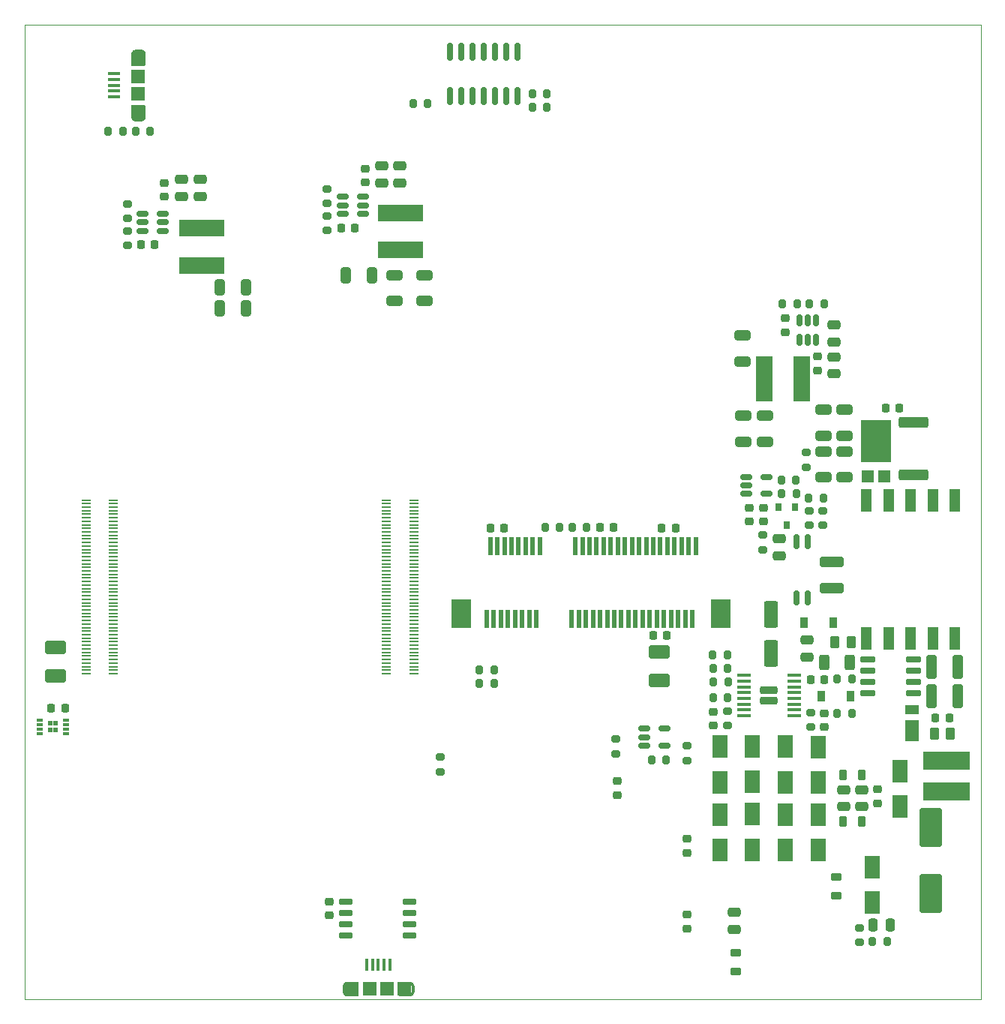
<source format=gbr>
%TF.GenerationSoftware,KiCad,Pcbnew,5.99.0-unknown-b84d1456d5~131~ubuntu20.04.1*%
%TF.CreationDate,2021-09-21T16:18:27-05:00*%
%TF.ProjectId,AP2000,41503230-3030-42e6-9b69-6361645f7063,rev?*%
%TF.SameCoordinates,Original*%
%TF.FileFunction,Paste,Top*%
%TF.FilePolarity,Positive*%
%FSLAX46Y46*%
G04 Gerber Fmt 4.6, Leading zero omitted, Abs format (unit mm)*
G04 Created by KiCad (PCBNEW 5.99.0-unknown-b84d1456d5~131~ubuntu20.04.1) date 2021-09-21 16:18:27*
%MOMM*%
%LPD*%
G01*
G04 APERTURE LIST*
G04 Aperture macros list*
%AMRoundRect*
0 Rectangle with rounded corners*
0 $1 Rounding radius*
0 $2 $3 $4 $5 $6 $7 $8 $9 X,Y pos of 4 corners*
0 Add a 4 corners polygon primitive as box body*
4,1,4,$2,$3,$4,$5,$6,$7,$8,$9,$2,$3,0*
0 Add four circle primitives for the rounded corners*
1,1,$1+$1,$2,$3*
1,1,$1+$1,$4,$5*
1,1,$1+$1,$6,$7*
1,1,$1+$1,$8,$9*
0 Add four rect primitives between the rounded corners*
20,1,$1+$1,$2,$3,$4,$5,0*
20,1,$1+$1,$4,$5,$6,$7,0*
20,1,$1+$1,$6,$7,$8,$9,0*
20,1,$1+$1,$8,$9,$2,$3,0*%
G04 Aperture macros list end*
%TA.AperFunction,Profile*%
%ADD10C,0.100000*%
%TD*%
%ADD11C,0.000100*%
%ADD12R,0.600000X2.000000*%
%ADD13R,2.300000X3.200000*%
%ADD14R,1.350000X0.400000*%
%ADD15R,1.550000X1.500000*%
%ADD16R,0.400000X1.350000*%
%ADD17R,1.500000X1.550000*%
%ADD18RoundRect,0.200000X-0.200000X-0.275000X0.200000X-0.275000X0.200000X0.275000X-0.200000X0.275000X0*%
%ADD19RoundRect,0.200000X0.275000X-0.200000X0.275000X0.200000X-0.275000X0.200000X-0.275000X-0.200000X0*%
%ADD20RoundRect,0.225000X-0.250000X0.225000X-0.250000X-0.225000X0.250000X-0.225000X0.250000X0.225000X0*%
%ADD21RoundRect,0.200000X0.200000X0.275000X-0.200000X0.275000X-0.200000X-0.275000X0.200000X-0.275000X0*%
%ADD22R,1.800000X2.500000*%
%ADD23RoundRect,0.250000X0.475000X-0.250000X0.475000X0.250000X-0.475000X0.250000X-0.475000X-0.250000X0*%
%ADD24RoundRect,0.250000X0.650000X-0.325000X0.650000X0.325000X-0.650000X0.325000X-0.650000X-0.325000X0*%
%ADD25RoundRect,0.150000X0.150000X-0.825000X0.150000X0.825000X-0.150000X0.825000X-0.150000X-0.825000X0*%
%ADD26RoundRect,0.150000X-0.150000X0.662500X-0.150000X-0.662500X0.150000X-0.662500X0.150000X0.662500X0*%
%ADD27R,0.900000X1.200000*%
%ADD28R,5.100000X1.900000*%
%ADD29RoundRect,0.225000X0.250000X-0.225000X0.250000X0.225000X-0.250000X0.225000X-0.250000X-0.225000X0*%
%ADD30RoundRect,0.250000X-0.262500X-0.450000X0.262500X-0.450000X0.262500X0.450000X-0.262500X0.450000X0*%
%ADD31RoundRect,0.150000X0.650000X0.150000X-0.650000X0.150000X-0.650000X-0.150000X0.650000X-0.150000X0*%
%ADD32R,0.800000X0.900000*%
%ADD33R,1.900000X5.100000*%
%ADD34RoundRect,0.250000X-0.250000X-0.475000X0.250000X-0.475000X0.250000X0.475000X-0.250000X0.475000X0*%
%ADD35RoundRect,0.150000X0.512500X0.150000X-0.512500X0.150000X-0.512500X-0.150000X0.512500X-0.150000X0*%
%ADD36RoundRect,0.225000X0.225000X0.250000X-0.225000X0.250000X-0.225000X-0.250000X0.225000X-0.250000X0*%
%ADD37RoundRect,0.225000X-0.225000X-0.250000X0.225000X-0.250000X0.225000X0.250000X-0.225000X0.250000X0*%
%ADD38RoundRect,0.150000X-0.725000X-0.150000X0.725000X-0.150000X0.725000X0.150000X-0.725000X0.150000X0*%
%ADD39RoundRect,0.250000X-0.325000X-0.650000X0.325000X-0.650000X0.325000X0.650000X-0.325000X0.650000X0*%
%ADD40RoundRect,0.218750X-0.218750X-0.381250X0.218750X-0.381250X0.218750X0.381250X-0.218750X0.381250X0*%
%ADD41RoundRect,0.200000X-0.275000X0.200000X-0.275000X-0.200000X0.275000X-0.200000X0.275000X0.200000X0*%
%ADD42RoundRect,0.250000X-0.650000X0.325000X-0.650000X-0.325000X0.650000X-0.325000X0.650000X0.325000X0*%
%ADD43RoundRect,0.250001X-0.924999X0.499999X-0.924999X-0.499999X0.924999X-0.499999X0.924999X0.499999X0*%
%ADD44RoundRect,0.150000X0.150000X-0.512500X0.150000X0.512500X-0.150000X0.512500X-0.150000X-0.512500X0*%
%ADD45R,1.500000X2.400000*%
%ADD46R,1.500000X1.050000*%
%ADD47RoundRect,0.150000X-0.512500X-0.150000X0.512500X-0.150000X0.512500X0.150000X-0.512500X0.150000X0*%
%ADD48RoundRect,0.250000X-1.000000X1.950000X-1.000000X-1.950000X1.000000X-1.950000X1.000000X1.950000X0*%
%ADD49RoundRect,0.250000X1.100000X-0.325000X1.100000X0.325000X-1.100000X0.325000X-1.100000X-0.325000X0*%
%ADD50RoundRect,0.250000X-1.425000X0.362500X-1.425000X-0.362500X1.425000X-0.362500X1.425000X0.362500X0*%
%ADD51RoundRect,0.250000X-0.475000X0.250000X-0.475000X-0.250000X0.475000X-0.250000X0.475000X0.250000X0*%
%ADD52R,5.300000X2.000000*%
%ADD53RoundRect,0.250000X0.262500X0.450000X-0.262500X0.450000X-0.262500X-0.450000X0.262500X-0.450000X0*%
%ADD54R,1.000000X0.220000*%
%ADD55RoundRect,0.250000X0.325000X1.100000X-0.325000X1.100000X-0.325000X-1.100000X0.325000X-1.100000X0*%
%ADD56RoundRect,0.250000X0.325000X0.650000X-0.325000X0.650000X-0.325000X-0.650000X0.325000X-0.650000X0*%
%ADD57RoundRect,0.250000X0.550000X-1.250000X0.550000X1.250000X-0.550000X1.250000X-0.550000X-1.250000X0*%
%ADD58R,3.360000X4.860000*%
%ADD59R,1.390000X1.400000*%
%ADD60R,0.500000X0.600000*%
%ADD61R,0.750000X0.300000*%
%ADD62RoundRect,0.218750X-0.381250X0.218750X-0.381250X-0.218750X0.381250X-0.218750X0.381250X0.218750X0*%
%ADD63R,1.270000X2.540000*%
%ADD64RoundRect,0.250000X-0.312500X-0.625000X0.312500X-0.625000X0.312500X0.625000X-0.312500X0.625000X0*%
%ADD65RoundRect,0.232500X-0.757500X-0.232500X0.757500X-0.232500X0.757500X0.232500X-0.757500X0.232500X0*%
%ADD66RoundRect,0.100000X-0.687500X-0.100000X0.687500X-0.100000X0.687500X0.100000X-0.687500X0.100000X0*%
%ADD67RoundRect,0.218750X-0.256250X0.218750X-0.256250X-0.218750X0.256250X-0.218750X0.256250X0.218750X0*%
%ADD68RoundRect,0.218750X0.256250X-0.218750X0.256250X0.218750X-0.256250X0.218750X-0.256250X-0.218750X0*%
G04 APERTURE END LIST*
D10*
X108000000Y0D02*
X108000000Y-110000000D01*
X0Y0D02*
X108000000Y0D01*
X0Y-110000000D02*
X108000000Y-110000000D01*
X0Y-110000000D02*
X0Y0D01*
D11*
X13608999Y-3351000D02*
X13438999Y-3351000D01*
X12068999Y-10351000D02*
X12238999Y-10351000D01*
X12063999Y-10351000D02*
X12263999Y-10351000D01*
X12263999Y-10351000D02*
X12263999Y-10364000D01*
X12263999Y-10364000D02*
X12264999Y-10377000D01*
X12264999Y-10377000D02*
X12266999Y-10390000D01*
X12266999Y-10390000D02*
X12268999Y-10403000D01*
X12268999Y-10403000D02*
X12272999Y-10416000D01*
X12272999Y-10416000D02*
X12275999Y-10428000D01*
X12275999Y-10428000D02*
X12280999Y-10441000D01*
X12280999Y-10441000D02*
X12285999Y-10453000D01*
X12285999Y-10453000D02*
X12290999Y-10464000D01*
X12290999Y-10464000D02*
X12296999Y-10476000D01*
X12296999Y-10476000D02*
X12303999Y-10487000D01*
X12303999Y-10487000D02*
X12311999Y-10498000D01*
X12311999Y-10498000D02*
X12319999Y-10508000D01*
X12319999Y-10508000D02*
X12327999Y-10518000D01*
X12327999Y-10518000D02*
X12336999Y-10528000D01*
X12336999Y-10528000D02*
X12346999Y-10537000D01*
X12346999Y-10537000D02*
X12356999Y-10545000D01*
X12356999Y-10545000D02*
X12366999Y-10553000D01*
X12366999Y-10553000D02*
X12377999Y-10561000D01*
X12377999Y-10561000D02*
X12388999Y-10568000D01*
X12388999Y-10568000D02*
X12400999Y-10574000D01*
X12400999Y-10574000D02*
X12411999Y-10579000D01*
X12411999Y-10579000D02*
X12423999Y-10584000D01*
X12423999Y-10584000D02*
X12436999Y-10589000D01*
X12436999Y-10589000D02*
X12448999Y-10592000D01*
X12448999Y-10592000D02*
X12461999Y-10596000D01*
X12461999Y-10596000D02*
X12474999Y-10598000D01*
X12474999Y-10598000D02*
X12487999Y-10600000D01*
X12487999Y-10600000D02*
X12500999Y-10601000D01*
X12500999Y-10601000D02*
X12513999Y-10601000D01*
X12513999Y-10601000D02*
X13163999Y-10601000D01*
X13163999Y-10601000D02*
X13176999Y-10601000D01*
X13176999Y-10601000D02*
X13189999Y-10600000D01*
X13189999Y-10600000D02*
X13202999Y-10598000D01*
X13202999Y-10598000D02*
X13215999Y-10596000D01*
X13215999Y-10596000D02*
X13228999Y-10592000D01*
X13228999Y-10592000D02*
X13240999Y-10589000D01*
X13240999Y-10589000D02*
X13253999Y-10584000D01*
X13253999Y-10584000D02*
X13265999Y-10579000D01*
X13265999Y-10579000D02*
X13276999Y-10574000D01*
X13276999Y-10574000D02*
X13288999Y-10568000D01*
X13288999Y-10568000D02*
X13299999Y-10561000D01*
X13299999Y-10561000D02*
X13310999Y-10553000D01*
X13310999Y-10553000D02*
X13320999Y-10545000D01*
X13320999Y-10545000D02*
X13330999Y-10537000D01*
X13330999Y-10537000D02*
X13340999Y-10528000D01*
X13340999Y-10528000D02*
X13349999Y-10518000D01*
X13349999Y-10518000D02*
X13357999Y-10508000D01*
X13357999Y-10508000D02*
X13365999Y-10498000D01*
X13365999Y-10498000D02*
X13373999Y-10487000D01*
X13373999Y-10487000D02*
X13380999Y-10476000D01*
X13380999Y-10476000D02*
X13386999Y-10464000D01*
X13386999Y-10464000D02*
X13391999Y-10453000D01*
X13391999Y-10453000D02*
X13396999Y-10441000D01*
X13396999Y-10441000D02*
X13401999Y-10428000D01*
X13401999Y-10428000D02*
X13404999Y-10416000D01*
X13404999Y-10416000D02*
X13408999Y-10403000D01*
X13408999Y-10403000D02*
X13410999Y-10390000D01*
X13410999Y-10390000D02*
X13412999Y-10377000D01*
X13412999Y-10377000D02*
X13413999Y-10364000D01*
X13413999Y-10364000D02*
X13413999Y-10351000D01*
X13413999Y-10351000D02*
X13613999Y-10351000D01*
X13613999Y-10351000D02*
X13612999Y-10377000D01*
X13612999Y-10377000D02*
X13610999Y-10403000D01*
X13610999Y-10403000D02*
X13607999Y-10429000D01*
X13607999Y-10429000D02*
X13602999Y-10455000D01*
X13602999Y-10455000D02*
X13596999Y-10480000D01*
X13596999Y-10480000D02*
X13589999Y-10506000D01*
X13589999Y-10506000D02*
X13580999Y-10530000D01*
X13580999Y-10530000D02*
X13570999Y-10554000D01*
X13570999Y-10554000D02*
X13559999Y-10578000D01*
X13559999Y-10578000D02*
X13546999Y-10601000D01*
X13546999Y-10601000D02*
X13532999Y-10623000D01*
X13532999Y-10623000D02*
X13518999Y-10645000D01*
X13518999Y-10645000D02*
X13502999Y-10666000D01*
X13502999Y-10666000D02*
X13485999Y-10686000D01*
X13485999Y-10686000D02*
X13467999Y-10705000D01*
X13467999Y-10705000D02*
X13448999Y-10723000D01*
X13448999Y-10723000D02*
X13428999Y-10740000D01*
X13428999Y-10740000D02*
X13407999Y-10756000D01*
X13407999Y-10756000D02*
X13385999Y-10770000D01*
X13385999Y-10770000D02*
X13363999Y-10784000D01*
X13363999Y-10784000D02*
X13340999Y-10797000D01*
X13340999Y-10797000D02*
X13316999Y-10808000D01*
X13316999Y-10808000D02*
X13292999Y-10818000D01*
X13292999Y-10818000D02*
X13268999Y-10827000D01*
X13268999Y-10827000D02*
X13242999Y-10834000D01*
X13242999Y-10834000D02*
X13217999Y-10840000D01*
X13217999Y-10840000D02*
X13191999Y-10845000D01*
X13191999Y-10845000D02*
X13165999Y-10848000D01*
X13165999Y-10848000D02*
X13139999Y-10850000D01*
X13139999Y-10850000D02*
X13113999Y-10851000D01*
X13113999Y-10851000D02*
X12563999Y-10851000D01*
X12563999Y-10851000D02*
X12537999Y-10850000D01*
X12537999Y-10850000D02*
X12511999Y-10848000D01*
X12511999Y-10848000D02*
X12485999Y-10845000D01*
X12485999Y-10845000D02*
X12459999Y-10840000D01*
X12459999Y-10840000D02*
X12434999Y-10834000D01*
X12434999Y-10834000D02*
X12408999Y-10827000D01*
X12408999Y-10827000D02*
X12384999Y-10818000D01*
X12384999Y-10818000D02*
X12360999Y-10808000D01*
X12360999Y-10808000D02*
X12336999Y-10797000D01*
X12336999Y-10797000D02*
X12313999Y-10784000D01*
X12313999Y-10784000D02*
X12291999Y-10770000D01*
X12291999Y-10770000D02*
X12269999Y-10756000D01*
X12269999Y-10756000D02*
X12248999Y-10740000D01*
X12248999Y-10740000D02*
X12228999Y-10723000D01*
X12228999Y-10723000D02*
X12209999Y-10705000D01*
X12209999Y-10705000D02*
X12191999Y-10686000D01*
X12191999Y-10686000D02*
X12174999Y-10666000D01*
X12174999Y-10666000D02*
X12158999Y-10645000D01*
X12158999Y-10645000D02*
X12144999Y-10623000D01*
X12144999Y-10623000D02*
X12130999Y-10601000D01*
X12130999Y-10601000D02*
X12117999Y-10578000D01*
X12117999Y-10578000D02*
X12106999Y-10554000D01*
X12106999Y-10554000D02*
X12096999Y-10530000D01*
X12096999Y-10530000D02*
X12087999Y-10506000D01*
X12087999Y-10506000D02*
X12080999Y-10480000D01*
X12080999Y-10480000D02*
X12074999Y-10455000D01*
X12074999Y-10455000D02*
X12069999Y-10429000D01*
X12069999Y-10429000D02*
X12066999Y-10403000D01*
X12066999Y-10403000D02*
X12064999Y-10377000D01*
X12064999Y-10377000D02*
X12063999Y-10351000D01*
X12063999Y-10351000D02*
X12063999Y-10351000D01*
G36*
X12263999Y-10364000D02*
G01*
X12264999Y-10377000D01*
X12268999Y-10403000D01*
X12272999Y-10416000D01*
X12275999Y-10428000D01*
X12280999Y-10441000D01*
X12285999Y-10453000D01*
X12290999Y-10464000D01*
X12296999Y-10476000D01*
X12303999Y-10487000D01*
X12311999Y-10498000D01*
X12327999Y-10518000D01*
X12336999Y-10528000D01*
X12346999Y-10537000D01*
X12366999Y-10553000D01*
X12377999Y-10561000D01*
X12388999Y-10568000D01*
X12400999Y-10574000D01*
X12411999Y-10579000D01*
X12423999Y-10584000D01*
X12436999Y-10589000D01*
X12448999Y-10592000D01*
X12461999Y-10596000D01*
X12487999Y-10600000D01*
X12500999Y-10601000D01*
X13176999Y-10601000D01*
X13189999Y-10600000D01*
X13215999Y-10596000D01*
X13228999Y-10592000D01*
X13240999Y-10589000D01*
X13253999Y-10584000D01*
X13265999Y-10579000D01*
X13276999Y-10574000D01*
X13288999Y-10568000D01*
X13299999Y-10561000D01*
X13310999Y-10553000D01*
X13330999Y-10537000D01*
X13340999Y-10528000D01*
X13349999Y-10518000D01*
X13365999Y-10498000D01*
X13373999Y-10487000D01*
X13380999Y-10476000D01*
X13386999Y-10464000D01*
X13391999Y-10453000D01*
X13396999Y-10441000D01*
X13401999Y-10428000D01*
X13404999Y-10416000D01*
X13408999Y-10403000D01*
X13412999Y-10377000D01*
X13413999Y-10364000D01*
X13413999Y-10351000D01*
X13613999Y-10351000D01*
X13612999Y-10377000D01*
X13610999Y-10403000D01*
X13607999Y-10429000D01*
X13602999Y-10455000D01*
X13596999Y-10480000D01*
X13589999Y-10506000D01*
X13580999Y-10530000D01*
X13570999Y-10554000D01*
X13559999Y-10578000D01*
X13546999Y-10601000D01*
X13518999Y-10645000D01*
X13502999Y-10666000D01*
X13485999Y-10686000D01*
X13467999Y-10705000D01*
X13448999Y-10723000D01*
X13428999Y-10740000D01*
X13407999Y-10756000D01*
X13363999Y-10784000D01*
X13340999Y-10797000D01*
X13316999Y-10808000D01*
X13292999Y-10818000D01*
X13268999Y-10827000D01*
X13242999Y-10834000D01*
X13217999Y-10840000D01*
X13191999Y-10845000D01*
X13165999Y-10848000D01*
X13139999Y-10850000D01*
X13113999Y-10851000D01*
X12563999Y-10851000D01*
X12537999Y-10850000D01*
X12511999Y-10848000D01*
X12485999Y-10845000D01*
X12459999Y-10840000D01*
X12434999Y-10834000D01*
X12408999Y-10827000D01*
X12384999Y-10818000D01*
X12360999Y-10808000D01*
X12336999Y-10797000D01*
X12313999Y-10784000D01*
X12269999Y-10756000D01*
X12248999Y-10740000D01*
X12228999Y-10723000D01*
X12209999Y-10705000D01*
X12191999Y-10686000D01*
X12174999Y-10666000D01*
X12158999Y-10645000D01*
X12130999Y-10601000D01*
X12117999Y-10578000D01*
X12106999Y-10554000D01*
X12096999Y-10530000D01*
X12087999Y-10506000D01*
X12080999Y-10480000D01*
X12074999Y-10455000D01*
X12069999Y-10429000D01*
X12066999Y-10403000D01*
X12064999Y-10377000D01*
X12063999Y-10351000D01*
X12263999Y-10351000D01*
X12263999Y-10364000D01*
G37*
X12263999Y-10364000D02*
X12264999Y-10377000D01*
X12268999Y-10403000D01*
X12272999Y-10416000D01*
X12275999Y-10428000D01*
X12280999Y-10441000D01*
X12285999Y-10453000D01*
X12290999Y-10464000D01*
X12296999Y-10476000D01*
X12303999Y-10487000D01*
X12311999Y-10498000D01*
X12327999Y-10518000D01*
X12336999Y-10528000D01*
X12346999Y-10537000D01*
X12366999Y-10553000D01*
X12377999Y-10561000D01*
X12388999Y-10568000D01*
X12400999Y-10574000D01*
X12411999Y-10579000D01*
X12423999Y-10584000D01*
X12436999Y-10589000D01*
X12448999Y-10592000D01*
X12461999Y-10596000D01*
X12487999Y-10600000D01*
X12500999Y-10601000D01*
X13176999Y-10601000D01*
X13189999Y-10600000D01*
X13215999Y-10596000D01*
X13228999Y-10592000D01*
X13240999Y-10589000D01*
X13253999Y-10584000D01*
X13265999Y-10579000D01*
X13276999Y-10574000D01*
X13288999Y-10568000D01*
X13299999Y-10561000D01*
X13310999Y-10553000D01*
X13330999Y-10537000D01*
X13340999Y-10528000D01*
X13349999Y-10518000D01*
X13365999Y-10498000D01*
X13373999Y-10487000D01*
X13380999Y-10476000D01*
X13386999Y-10464000D01*
X13391999Y-10453000D01*
X13396999Y-10441000D01*
X13401999Y-10428000D01*
X13404999Y-10416000D01*
X13408999Y-10403000D01*
X13412999Y-10377000D01*
X13413999Y-10364000D01*
X13413999Y-10351000D01*
X13613999Y-10351000D01*
X13612999Y-10377000D01*
X13610999Y-10403000D01*
X13607999Y-10429000D01*
X13602999Y-10455000D01*
X13596999Y-10480000D01*
X13589999Y-10506000D01*
X13580999Y-10530000D01*
X13570999Y-10554000D01*
X13559999Y-10578000D01*
X13546999Y-10601000D01*
X13518999Y-10645000D01*
X13502999Y-10666000D01*
X13485999Y-10686000D01*
X13467999Y-10705000D01*
X13448999Y-10723000D01*
X13428999Y-10740000D01*
X13407999Y-10756000D01*
X13363999Y-10784000D01*
X13340999Y-10797000D01*
X13316999Y-10808000D01*
X13292999Y-10818000D01*
X13268999Y-10827000D01*
X13242999Y-10834000D01*
X13217999Y-10840000D01*
X13191999Y-10845000D01*
X13165999Y-10848000D01*
X13139999Y-10850000D01*
X13113999Y-10851000D01*
X12563999Y-10851000D01*
X12537999Y-10850000D01*
X12511999Y-10848000D01*
X12485999Y-10845000D01*
X12459999Y-10840000D01*
X12434999Y-10834000D01*
X12408999Y-10827000D01*
X12384999Y-10818000D01*
X12360999Y-10808000D01*
X12336999Y-10797000D01*
X12313999Y-10784000D01*
X12269999Y-10756000D01*
X12248999Y-10740000D01*
X12228999Y-10723000D01*
X12209999Y-10705000D01*
X12191999Y-10686000D01*
X12174999Y-10666000D01*
X12158999Y-10645000D01*
X12130999Y-10601000D01*
X12117999Y-10578000D01*
X12106999Y-10554000D01*
X12096999Y-10530000D01*
X12087999Y-10506000D01*
X12080999Y-10480000D01*
X12074999Y-10455000D01*
X12069999Y-10429000D01*
X12066999Y-10403000D01*
X12064999Y-10377000D01*
X12063999Y-10351000D01*
X12263999Y-10351000D01*
X12263999Y-10364000D01*
X12063999Y-10351000D02*
X12263999Y-10351000D01*
X12263999Y-10351000D02*
X12263999Y-10338000D01*
X12263999Y-10338000D02*
X12264999Y-10325000D01*
X12264999Y-10325000D02*
X12266999Y-10312000D01*
X12266999Y-10312000D02*
X12268999Y-10299000D01*
X12268999Y-10299000D02*
X12272999Y-10286000D01*
X12272999Y-10286000D02*
X12275999Y-10274000D01*
X12275999Y-10274000D02*
X12280999Y-10261000D01*
X12280999Y-10261000D02*
X12285999Y-10249000D01*
X12285999Y-10249000D02*
X12290999Y-10238000D01*
X12290999Y-10238000D02*
X12296999Y-10226000D01*
X12296999Y-10226000D02*
X12303999Y-10215000D01*
X12303999Y-10215000D02*
X12311999Y-10204000D01*
X12311999Y-10204000D02*
X12319999Y-10194000D01*
X12319999Y-10194000D02*
X12327999Y-10184000D01*
X12327999Y-10184000D02*
X12336999Y-10174000D01*
X12336999Y-10174000D02*
X12346999Y-10165000D01*
X12346999Y-10165000D02*
X12356999Y-10157000D01*
X12356999Y-10157000D02*
X12366999Y-10149000D01*
X12366999Y-10149000D02*
X12377999Y-10141000D01*
X12377999Y-10141000D02*
X12388999Y-10134000D01*
X12388999Y-10134000D02*
X12400999Y-10128000D01*
X12400999Y-10128000D02*
X12411999Y-10123000D01*
X12411999Y-10123000D02*
X12423999Y-10118000D01*
X12423999Y-10118000D02*
X12436999Y-10113000D01*
X12436999Y-10113000D02*
X12448999Y-10110000D01*
X12448999Y-10110000D02*
X12461999Y-10106000D01*
X12461999Y-10106000D02*
X12474999Y-10104000D01*
X12474999Y-10104000D02*
X12487999Y-10102000D01*
X12487999Y-10102000D02*
X12500999Y-10101000D01*
X12500999Y-10101000D02*
X12513999Y-10101000D01*
X12513999Y-10101000D02*
X13163999Y-10101000D01*
X13163999Y-10101000D02*
X13176999Y-10101000D01*
X13176999Y-10101000D02*
X13189999Y-10102000D01*
X13189999Y-10102000D02*
X13202999Y-10104000D01*
X13202999Y-10104000D02*
X13215999Y-10106000D01*
X13215999Y-10106000D02*
X13228999Y-10110000D01*
X13228999Y-10110000D02*
X13240999Y-10113000D01*
X13240999Y-10113000D02*
X13253999Y-10118000D01*
X13253999Y-10118000D02*
X13265999Y-10123000D01*
X13265999Y-10123000D02*
X13276999Y-10128000D01*
X13276999Y-10128000D02*
X13288999Y-10134000D01*
X13288999Y-10134000D02*
X13299999Y-10141000D01*
X13299999Y-10141000D02*
X13310999Y-10149000D01*
X13310999Y-10149000D02*
X13320999Y-10157000D01*
X13320999Y-10157000D02*
X13330999Y-10165000D01*
X13330999Y-10165000D02*
X13340999Y-10174000D01*
X13340999Y-10174000D02*
X13349999Y-10184000D01*
X13349999Y-10184000D02*
X13357999Y-10194000D01*
X13357999Y-10194000D02*
X13365999Y-10204000D01*
X13365999Y-10204000D02*
X13373999Y-10215000D01*
X13373999Y-10215000D02*
X13380999Y-10226000D01*
X13380999Y-10226000D02*
X13386999Y-10238000D01*
X13386999Y-10238000D02*
X13391999Y-10249000D01*
X13391999Y-10249000D02*
X13396999Y-10261000D01*
X13396999Y-10261000D02*
X13401999Y-10274000D01*
X13401999Y-10274000D02*
X13404999Y-10286000D01*
X13404999Y-10286000D02*
X13408999Y-10299000D01*
X13408999Y-10299000D02*
X13410999Y-10312000D01*
X13410999Y-10312000D02*
X13412999Y-10325000D01*
X13412999Y-10325000D02*
X13413999Y-10338000D01*
X13413999Y-10338000D02*
X13413999Y-10351000D01*
X13413999Y-10351000D02*
X13613999Y-10351000D01*
X13613999Y-10351000D02*
X13613999Y-9151000D01*
X13613999Y-9151000D02*
X12063999Y-9151000D01*
X12063999Y-9151000D02*
X12063999Y-10351000D01*
X12063999Y-10351000D02*
X12063999Y-10351000D01*
G36*
X13613999Y-10351000D02*
G01*
X13413999Y-10351000D01*
X13413999Y-10338000D01*
X13412999Y-10325000D01*
X13408999Y-10299000D01*
X13404999Y-10286000D01*
X13401999Y-10274000D01*
X13396999Y-10261000D01*
X13391999Y-10249000D01*
X13386999Y-10238000D01*
X13380999Y-10226000D01*
X13373999Y-10215000D01*
X13365999Y-10204000D01*
X13349999Y-10184000D01*
X13340999Y-10174000D01*
X13330999Y-10165000D01*
X13310999Y-10149000D01*
X13299999Y-10141000D01*
X13288999Y-10134000D01*
X13276999Y-10128000D01*
X13265999Y-10123000D01*
X13253999Y-10118000D01*
X13240999Y-10113000D01*
X13228999Y-10110000D01*
X13215999Y-10106000D01*
X13189999Y-10102000D01*
X13176999Y-10101000D01*
X12500999Y-10101000D01*
X12487999Y-10102000D01*
X12461999Y-10106000D01*
X12448999Y-10110000D01*
X12436999Y-10113000D01*
X12423999Y-10118000D01*
X12411999Y-10123000D01*
X12400999Y-10128000D01*
X12388999Y-10134000D01*
X12377999Y-10141000D01*
X12366999Y-10149000D01*
X12346999Y-10165000D01*
X12336999Y-10174000D01*
X12327999Y-10184000D01*
X12311999Y-10204000D01*
X12303999Y-10215000D01*
X12296999Y-10226000D01*
X12290999Y-10238000D01*
X12285999Y-10249000D01*
X12280999Y-10261000D01*
X12275999Y-10274000D01*
X12272999Y-10286000D01*
X12268999Y-10299000D01*
X12264999Y-10325000D01*
X12263999Y-10338000D01*
X12263999Y-10351000D01*
X12063999Y-10351000D01*
X12063999Y-9151000D01*
X13613999Y-9151000D01*
X13613999Y-10351000D01*
G37*
X13613999Y-10351000D02*
X13413999Y-10351000D01*
X13413999Y-10338000D01*
X13412999Y-10325000D01*
X13408999Y-10299000D01*
X13404999Y-10286000D01*
X13401999Y-10274000D01*
X13396999Y-10261000D01*
X13391999Y-10249000D01*
X13386999Y-10238000D01*
X13380999Y-10226000D01*
X13373999Y-10215000D01*
X13365999Y-10204000D01*
X13349999Y-10184000D01*
X13340999Y-10174000D01*
X13330999Y-10165000D01*
X13310999Y-10149000D01*
X13299999Y-10141000D01*
X13288999Y-10134000D01*
X13276999Y-10128000D01*
X13265999Y-10123000D01*
X13253999Y-10118000D01*
X13240999Y-10113000D01*
X13228999Y-10110000D01*
X13215999Y-10106000D01*
X13189999Y-10102000D01*
X13176999Y-10101000D01*
X12500999Y-10101000D01*
X12487999Y-10102000D01*
X12461999Y-10106000D01*
X12448999Y-10110000D01*
X12436999Y-10113000D01*
X12423999Y-10118000D01*
X12411999Y-10123000D01*
X12400999Y-10128000D01*
X12388999Y-10134000D01*
X12377999Y-10141000D01*
X12366999Y-10149000D01*
X12346999Y-10165000D01*
X12336999Y-10174000D01*
X12327999Y-10184000D01*
X12311999Y-10204000D01*
X12303999Y-10215000D01*
X12296999Y-10226000D01*
X12290999Y-10238000D01*
X12285999Y-10249000D01*
X12280999Y-10261000D01*
X12275999Y-10274000D01*
X12272999Y-10286000D01*
X12268999Y-10299000D01*
X12264999Y-10325000D01*
X12263999Y-10338000D01*
X12263999Y-10351000D01*
X12063999Y-10351000D01*
X12063999Y-9151000D01*
X13613999Y-9151000D01*
X13613999Y-10351000D01*
X13613999Y-3351000D02*
X13413999Y-3351000D01*
X13413999Y-3351000D02*
X13413999Y-3364000D01*
X13413999Y-3364000D02*
X13412999Y-3377000D01*
X13412999Y-3377000D02*
X13410999Y-3390000D01*
X13410999Y-3390000D02*
X13408999Y-3403000D01*
X13408999Y-3403000D02*
X13404999Y-3416000D01*
X13404999Y-3416000D02*
X13401999Y-3428000D01*
X13401999Y-3428000D02*
X13396999Y-3441000D01*
X13396999Y-3441000D02*
X13391999Y-3453000D01*
X13391999Y-3453000D02*
X13386999Y-3464000D01*
X13386999Y-3464000D02*
X13380999Y-3476000D01*
X13380999Y-3476000D02*
X13373999Y-3487000D01*
X13373999Y-3487000D02*
X13365999Y-3498000D01*
X13365999Y-3498000D02*
X13357999Y-3508000D01*
X13357999Y-3508000D02*
X13349999Y-3518000D01*
X13349999Y-3518000D02*
X13340999Y-3528000D01*
X13340999Y-3528000D02*
X13330999Y-3537000D01*
X13330999Y-3537000D02*
X13320999Y-3545000D01*
X13320999Y-3545000D02*
X13310999Y-3553000D01*
X13310999Y-3553000D02*
X13299999Y-3561000D01*
X13299999Y-3561000D02*
X13288999Y-3568000D01*
X13288999Y-3568000D02*
X13276999Y-3574000D01*
X13276999Y-3574000D02*
X13265999Y-3579000D01*
X13265999Y-3579000D02*
X13253999Y-3584000D01*
X13253999Y-3584000D02*
X13240999Y-3589000D01*
X13240999Y-3589000D02*
X13228999Y-3592000D01*
X13228999Y-3592000D02*
X13215999Y-3596000D01*
X13215999Y-3596000D02*
X13202999Y-3598000D01*
X13202999Y-3598000D02*
X13189999Y-3600000D01*
X13189999Y-3600000D02*
X13176999Y-3601000D01*
X13176999Y-3601000D02*
X13163999Y-3601000D01*
X13163999Y-3601000D02*
X12513999Y-3601000D01*
X12513999Y-3601000D02*
X12500999Y-3601000D01*
X12500999Y-3601000D02*
X12487999Y-3600000D01*
X12487999Y-3600000D02*
X12474999Y-3598000D01*
X12474999Y-3598000D02*
X12461999Y-3596000D01*
X12461999Y-3596000D02*
X12448999Y-3592000D01*
X12448999Y-3592000D02*
X12436999Y-3589000D01*
X12436999Y-3589000D02*
X12423999Y-3584000D01*
X12423999Y-3584000D02*
X12411999Y-3579000D01*
X12411999Y-3579000D02*
X12400999Y-3574000D01*
X12400999Y-3574000D02*
X12388999Y-3568000D01*
X12388999Y-3568000D02*
X12377999Y-3561000D01*
X12377999Y-3561000D02*
X12366999Y-3553000D01*
X12366999Y-3553000D02*
X12356999Y-3545000D01*
X12356999Y-3545000D02*
X12346999Y-3537000D01*
X12346999Y-3537000D02*
X12336999Y-3528000D01*
X12336999Y-3528000D02*
X12327999Y-3518000D01*
X12327999Y-3518000D02*
X12319999Y-3508000D01*
X12319999Y-3508000D02*
X12311999Y-3498000D01*
X12311999Y-3498000D02*
X12303999Y-3487000D01*
X12303999Y-3487000D02*
X12296999Y-3476000D01*
X12296999Y-3476000D02*
X12290999Y-3464000D01*
X12290999Y-3464000D02*
X12285999Y-3453000D01*
X12285999Y-3453000D02*
X12280999Y-3441000D01*
X12280999Y-3441000D02*
X12275999Y-3428000D01*
X12275999Y-3428000D02*
X12272999Y-3416000D01*
X12272999Y-3416000D02*
X12268999Y-3403000D01*
X12268999Y-3403000D02*
X12266999Y-3390000D01*
X12266999Y-3390000D02*
X12264999Y-3377000D01*
X12264999Y-3377000D02*
X12263999Y-3364000D01*
X12263999Y-3364000D02*
X12263999Y-3351000D01*
X12263999Y-3351000D02*
X12063999Y-3351000D01*
X12063999Y-3351000D02*
X12063999Y-4551000D01*
X12063999Y-4551000D02*
X13613999Y-4551000D01*
X13613999Y-4551000D02*
X13613999Y-3351000D01*
X13613999Y-3351000D02*
X13613999Y-3351000D01*
G36*
X12263999Y-3364000D02*
G01*
X12264999Y-3377000D01*
X12268999Y-3403000D01*
X12272999Y-3416000D01*
X12275999Y-3428000D01*
X12280999Y-3441000D01*
X12285999Y-3453000D01*
X12290999Y-3464000D01*
X12296999Y-3476000D01*
X12303999Y-3487000D01*
X12311999Y-3498000D01*
X12327999Y-3518000D01*
X12336999Y-3528000D01*
X12346999Y-3537000D01*
X12366999Y-3553000D01*
X12377999Y-3561000D01*
X12388999Y-3568000D01*
X12400999Y-3574000D01*
X12411999Y-3579000D01*
X12423999Y-3584000D01*
X12436999Y-3589000D01*
X12448999Y-3592000D01*
X12461999Y-3596000D01*
X12487999Y-3600000D01*
X12500999Y-3601000D01*
X13176999Y-3601000D01*
X13189999Y-3600000D01*
X13215999Y-3596000D01*
X13228999Y-3592000D01*
X13240999Y-3589000D01*
X13253999Y-3584000D01*
X13265999Y-3579000D01*
X13276999Y-3574000D01*
X13288999Y-3568000D01*
X13299999Y-3561000D01*
X13310999Y-3553000D01*
X13330999Y-3537000D01*
X13340999Y-3528000D01*
X13349999Y-3518000D01*
X13365999Y-3498000D01*
X13373999Y-3487000D01*
X13380999Y-3476000D01*
X13386999Y-3464000D01*
X13391999Y-3453000D01*
X13396999Y-3441000D01*
X13401999Y-3428000D01*
X13404999Y-3416000D01*
X13408999Y-3403000D01*
X13412999Y-3377000D01*
X13413999Y-3364000D01*
X13413999Y-3351000D01*
X13613999Y-3351000D01*
X13613999Y-4551000D01*
X12063999Y-4551000D01*
X12063999Y-3351000D01*
X12263999Y-3351000D01*
X12263999Y-3364000D01*
G37*
X12263999Y-3364000D02*
X12264999Y-3377000D01*
X12268999Y-3403000D01*
X12272999Y-3416000D01*
X12275999Y-3428000D01*
X12280999Y-3441000D01*
X12285999Y-3453000D01*
X12290999Y-3464000D01*
X12296999Y-3476000D01*
X12303999Y-3487000D01*
X12311999Y-3498000D01*
X12327999Y-3518000D01*
X12336999Y-3528000D01*
X12346999Y-3537000D01*
X12366999Y-3553000D01*
X12377999Y-3561000D01*
X12388999Y-3568000D01*
X12400999Y-3574000D01*
X12411999Y-3579000D01*
X12423999Y-3584000D01*
X12436999Y-3589000D01*
X12448999Y-3592000D01*
X12461999Y-3596000D01*
X12487999Y-3600000D01*
X12500999Y-3601000D01*
X13176999Y-3601000D01*
X13189999Y-3600000D01*
X13215999Y-3596000D01*
X13228999Y-3592000D01*
X13240999Y-3589000D01*
X13253999Y-3584000D01*
X13265999Y-3579000D01*
X13276999Y-3574000D01*
X13288999Y-3568000D01*
X13299999Y-3561000D01*
X13310999Y-3553000D01*
X13330999Y-3537000D01*
X13340999Y-3528000D01*
X13349999Y-3518000D01*
X13365999Y-3498000D01*
X13373999Y-3487000D01*
X13380999Y-3476000D01*
X13386999Y-3464000D01*
X13391999Y-3453000D01*
X13396999Y-3441000D01*
X13401999Y-3428000D01*
X13404999Y-3416000D01*
X13408999Y-3403000D01*
X13412999Y-3377000D01*
X13413999Y-3364000D01*
X13413999Y-3351000D01*
X13613999Y-3351000D01*
X13613999Y-4551000D01*
X12063999Y-4551000D01*
X12063999Y-3351000D01*
X12263999Y-3351000D01*
X12263999Y-3364000D01*
X13613999Y-3351000D02*
X13413999Y-3351000D01*
X13413999Y-3351000D02*
X13413999Y-3338000D01*
X13413999Y-3338000D02*
X13412999Y-3325000D01*
X13412999Y-3325000D02*
X13410999Y-3312000D01*
X13410999Y-3312000D02*
X13408999Y-3299000D01*
X13408999Y-3299000D02*
X13404999Y-3286000D01*
X13404999Y-3286000D02*
X13401999Y-3274000D01*
X13401999Y-3274000D02*
X13396999Y-3261000D01*
X13396999Y-3261000D02*
X13391999Y-3249000D01*
X13391999Y-3249000D02*
X13386999Y-3238000D01*
X13386999Y-3238000D02*
X13380999Y-3226000D01*
X13380999Y-3226000D02*
X13373999Y-3215000D01*
X13373999Y-3215000D02*
X13365999Y-3204000D01*
X13365999Y-3204000D02*
X13357999Y-3194000D01*
X13357999Y-3194000D02*
X13349999Y-3184000D01*
X13349999Y-3184000D02*
X13340999Y-3174000D01*
X13340999Y-3174000D02*
X13330999Y-3165000D01*
X13330999Y-3165000D02*
X13320999Y-3157000D01*
X13320999Y-3157000D02*
X13310999Y-3149000D01*
X13310999Y-3149000D02*
X13299999Y-3141000D01*
X13299999Y-3141000D02*
X13288999Y-3134000D01*
X13288999Y-3134000D02*
X13276999Y-3128000D01*
X13276999Y-3128000D02*
X13265999Y-3123000D01*
X13265999Y-3123000D02*
X13253999Y-3118000D01*
X13253999Y-3118000D02*
X13240999Y-3113000D01*
X13240999Y-3113000D02*
X13228999Y-3110000D01*
X13228999Y-3110000D02*
X13215999Y-3106000D01*
X13215999Y-3106000D02*
X13202999Y-3104000D01*
X13202999Y-3104000D02*
X13189999Y-3102000D01*
X13189999Y-3102000D02*
X13176999Y-3101000D01*
X13176999Y-3101000D02*
X13163999Y-3101000D01*
X13163999Y-3101000D02*
X12513999Y-3101000D01*
X12513999Y-3101000D02*
X12500999Y-3101000D01*
X12500999Y-3101000D02*
X12487999Y-3102000D01*
X12487999Y-3102000D02*
X12474999Y-3104000D01*
X12474999Y-3104000D02*
X12461999Y-3106000D01*
X12461999Y-3106000D02*
X12448999Y-3110000D01*
X12448999Y-3110000D02*
X12436999Y-3113000D01*
X12436999Y-3113000D02*
X12423999Y-3118000D01*
X12423999Y-3118000D02*
X12411999Y-3123000D01*
X12411999Y-3123000D02*
X12400999Y-3128000D01*
X12400999Y-3128000D02*
X12388999Y-3134000D01*
X12388999Y-3134000D02*
X12377999Y-3141000D01*
X12377999Y-3141000D02*
X12366999Y-3149000D01*
X12366999Y-3149000D02*
X12356999Y-3157000D01*
X12356999Y-3157000D02*
X12346999Y-3165000D01*
X12346999Y-3165000D02*
X12336999Y-3174000D01*
X12336999Y-3174000D02*
X12327999Y-3184000D01*
X12327999Y-3184000D02*
X12319999Y-3194000D01*
X12319999Y-3194000D02*
X12311999Y-3204000D01*
X12311999Y-3204000D02*
X12303999Y-3215000D01*
X12303999Y-3215000D02*
X12296999Y-3226000D01*
X12296999Y-3226000D02*
X12290999Y-3238000D01*
X12290999Y-3238000D02*
X12285999Y-3249000D01*
X12285999Y-3249000D02*
X12280999Y-3261000D01*
X12280999Y-3261000D02*
X12275999Y-3274000D01*
X12275999Y-3274000D02*
X12272999Y-3286000D01*
X12272999Y-3286000D02*
X12268999Y-3299000D01*
X12268999Y-3299000D02*
X12266999Y-3312000D01*
X12266999Y-3312000D02*
X12264999Y-3325000D01*
X12264999Y-3325000D02*
X12263999Y-3338000D01*
X12263999Y-3338000D02*
X12263999Y-3351000D01*
X12263999Y-3351000D02*
X12063999Y-3351000D01*
X12063999Y-3351000D02*
X12064999Y-3325000D01*
X12064999Y-3325000D02*
X12066999Y-3299000D01*
X12066999Y-3299000D02*
X12069999Y-3273000D01*
X12069999Y-3273000D02*
X12074999Y-3247000D01*
X12074999Y-3247000D02*
X12080999Y-3222000D01*
X12080999Y-3222000D02*
X12087999Y-3196000D01*
X12087999Y-3196000D02*
X12096999Y-3172000D01*
X12096999Y-3172000D02*
X12106999Y-3148000D01*
X12106999Y-3148000D02*
X12117999Y-3124000D01*
X12117999Y-3124000D02*
X12130999Y-3101000D01*
X12130999Y-3101000D02*
X12144999Y-3079000D01*
X12144999Y-3079000D02*
X12158999Y-3057000D01*
X12158999Y-3057000D02*
X12174999Y-3036000D01*
X12174999Y-3036000D02*
X12191999Y-3016000D01*
X12191999Y-3016000D02*
X12209999Y-2997000D01*
X12209999Y-2997000D02*
X12228999Y-2979000D01*
X12228999Y-2979000D02*
X12248999Y-2962000D01*
X12248999Y-2962000D02*
X12269999Y-2946000D01*
X12269999Y-2946000D02*
X12291999Y-2932000D01*
X12291999Y-2932000D02*
X12313999Y-2918000D01*
X12313999Y-2918000D02*
X12336999Y-2905000D01*
X12336999Y-2905000D02*
X12360999Y-2894000D01*
X12360999Y-2894000D02*
X12384999Y-2884000D01*
X12384999Y-2884000D02*
X12408999Y-2875000D01*
X12408999Y-2875000D02*
X12434999Y-2868000D01*
X12434999Y-2868000D02*
X12459999Y-2862000D01*
X12459999Y-2862000D02*
X12485999Y-2857000D01*
X12485999Y-2857000D02*
X12511999Y-2854000D01*
X12511999Y-2854000D02*
X12537999Y-2852000D01*
X12537999Y-2852000D02*
X12563999Y-2851000D01*
X12563999Y-2851000D02*
X13113999Y-2851000D01*
X13113999Y-2851000D02*
X13139999Y-2852000D01*
X13139999Y-2852000D02*
X13165999Y-2854000D01*
X13165999Y-2854000D02*
X13191999Y-2857000D01*
X13191999Y-2857000D02*
X13217999Y-2862000D01*
X13217999Y-2862000D02*
X13242999Y-2868000D01*
X13242999Y-2868000D02*
X13268999Y-2875000D01*
X13268999Y-2875000D02*
X13292999Y-2884000D01*
X13292999Y-2884000D02*
X13316999Y-2894000D01*
X13316999Y-2894000D02*
X13340999Y-2905000D01*
X13340999Y-2905000D02*
X13363999Y-2918000D01*
X13363999Y-2918000D02*
X13385999Y-2932000D01*
X13385999Y-2932000D02*
X13407999Y-2946000D01*
X13407999Y-2946000D02*
X13428999Y-2962000D01*
X13428999Y-2962000D02*
X13448999Y-2979000D01*
X13448999Y-2979000D02*
X13467999Y-2997000D01*
X13467999Y-2997000D02*
X13485999Y-3016000D01*
X13485999Y-3016000D02*
X13502999Y-3036000D01*
X13502999Y-3036000D02*
X13518999Y-3057000D01*
X13518999Y-3057000D02*
X13532999Y-3079000D01*
X13532999Y-3079000D02*
X13546999Y-3101000D01*
X13546999Y-3101000D02*
X13559999Y-3124000D01*
X13559999Y-3124000D02*
X13570999Y-3148000D01*
X13570999Y-3148000D02*
X13580999Y-3172000D01*
X13580999Y-3172000D02*
X13589999Y-3196000D01*
X13589999Y-3196000D02*
X13596999Y-3222000D01*
X13596999Y-3222000D02*
X13602999Y-3247000D01*
X13602999Y-3247000D02*
X13607999Y-3273000D01*
X13607999Y-3273000D02*
X13610999Y-3299000D01*
X13610999Y-3299000D02*
X13612999Y-3325000D01*
X13612999Y-3325000D02*
X13613999Y-3351000D01*
X13613999Y-3351000D02*
X13613999Y-3351000D01*
G36*
X13139999Y-2852000D02*
G01*
X13165999Y-2854000D01*
X13191999Y-2857000D01*
X13217999Y-2862000D01*
X13242999Y-2868000D01*
X13268999Y-2875000D01*
X13292999Y-2884000D01*
X13316999Y-2894000D01*
X13340999Y-2905000D01*
X13363999Y-2918000D01*
X13407999Y-2946000D01*
X13428999Y-2962000D01*
X13448999Y-2979000D01*
X13467999Y-2997000D01*
X13485999Y-3016000D01*
X13502999Y-3036000D01*
X13518999Y-3057000D01*
X13546999Y-3101000D01*
X13559999Y-3124000D01*
X13570999Y-3148000D01*
X13580999Y-3172000D01*
X13589999Y-3196000D01*
X13596999Y-3222000D01*
X13602999Y-3247000D01*
X13607999Y-3273000D01*
X13610999Y-3299000D01*
X13612999Y-3325000D01*
X13613999Y-3351000D01*
X13413999Y-3351000D01*
X13413999Y-3338000D01*
X13412999Y-3325000D01*
X13408999Y-3299000D01*
X13404999Y-3286000D01*
X13401999Y-3274000D01*
X13396999Y-3261000D01*
X13391999Y-3249000D01*
X13386999Y-3238000D01*
X13380999Y-3226000D01*
X13373999Y-3215000D01*
X13365999Y-3204000D01*
X13349999Y-3184000D01*
X13340999Y-3174000D01*
X13330999Y-3165000D01*
X13310999Y-3149000D01*
X13299999Y-3141000D01*
X13288999Y-3134000D01*
X13276999Y-3128000D01*
X13265999Y-3123000D01*
X13253999Y-3118000D01*
X13240999Y-3113000D01*
X13228999Y-3110000D01*
X13215999Y-3106000D01*
X13189999Y-3102000D01*
X13176999Y-3101000D01*
X12500999Y-3101000D01*
X12487999Y-3102000D01*
X12461999Y-3106000D01*
X12448999Y-3110000D01*
X12436999Y-3113000D01*
X12423999Y-3118000D01*
X12411999Y-3123000D01*
X12400999Y-3128000D01*
X12388999Y-3134000D01*
X12377999Y-3141000D01*
X12366999Y-3149000D01*
X12346999Y-3165000D01*
X12336999Y-3174000D01*
X12327999Y-3184000D01*
X12311999Y-3204000D01*
X12303999Y-3215000D01*
X12296999Y-3226000D01*
X12290999Y-3238000D01*
X12285999Y-3249000D01*
X12280999Y-3261000D01*
X12275999Y-3274000D01*
X12272999Y-3286000D01*
X12268999Y-3299000D01*
X12264999Y-3325000D01*
X12263999Y-3338000D01*
X12263999Y-3351000D01*
X12063999Y-3351000D01*
X12064999Y-3325000D01*
X12066999Y-3299000D01*
X12069999Y-3273000D01*
X12074999Y-3247000D01*
X12080999Y-3222000D01*
X12087999Y-3196000D01*
X12096999Y-3172000D01*
X12106999Y-3148000D01*
X12117999Y-3124000D01*
X12130999Y-3101000D01*
X12158999Y-3057000D01*
X12174999Y-3036000D01*
X12191999Y-3016000D01*
X12209999Y-2997000D01*
X12228999Y-2979000D01*
X12248999Y-2962000D01*
X12269999Y-2946000D01*
X12313999Y-2918000D01*
X12336999Y-2905000D01*
X12360999Y-2894000D01*
X12384999Y-2884000D01*
X12408999Y-2875000D01*
X12434999Y-2868000D01*
X12459999Y-2862000D01*
X12485999Y-2857000D01*
X12511999Y-2854000D01*
X12537999Y-2852000D01*
X12563999Y-2851000D01*
X13113999Y-2851000D01*
X13139999Y-2852000D01*
G37*
X13139999Y-2852000D02*
X13165999Y-2854000D01*
X13191999Y-2857000D01*
X13217999Y-2862000D01*
X13242999Y-2868000D01*
X13268999Y-2875000D01*
X13292999Y-2884000D01*
X13316999Y-2894000D01*
X13340999Y-2905000D01*
X13363999Y-2918000D01*
X13407999Y-2946000D01*
X13428999Y-2962000D01*
X13448999Y-2979000D01*
X13467999Y-2997000D01*
X13485999Y-3016000D01*
X13502999Y-3036000D01*
X13518999Y-3057000D01*
X13546999Y-3101000D01*
X13559999Y-3124000D01*
X13570999Y-3148000D01*
X13580999Y-3172000D01*
X13589999Y-3196000D01*
X13596999Y-3222000D01*
X13602999Y-3247000D01*
X13607999Y-3273000D01*
X13610999Y-3299000D01*
X13612999Y-3325000D01*
X13613999Y-3351000D01*
X13413999Y-3351000D01*
X13413999Y-3338000D01*
X13412999Y-3325000D01*
X13408999Y-3299000D01*
X13404999Y-3286000D01*
X13401999Y-3274000D01*
X13396999Y-3261000D01*
X13391999Y-3249000D01*
X13386999Y-3238000D01*
X13380999Y-3226000D01*
X13373999Y-3215000D01*
X13365999Y-3204000D01*
X13349999Y-3184000D01*
X13340999Y-3174000D01*
X13330999Y-3165000D01*
X13310999Y-3149000D01*
X13299999Y-3141000D01*
X13288999Y-3134000D01*
X13276999Y-3128000D01*
X13265999Y-3123000D01*
X13253999Y-3118000D01*
X13240999Y-3113000D01*
X13228999Y-3110000D01*
X13215999Y-3106000D01*
X13189999Y-3102000D01*
X13176999Y-3101000D01*
X12500999Y-3101000D01*
X12487999Y-3102000D01*
X12461999Y-3106000D01*
X12448999Y-3110000D01*
X12436999Y-3113000D01*
X12423999Y-3118000D01*
X12411999Y-3123000D01*
X12400999Y-3128000D01*
X12388999Y-3134000D01*
X12377999Y-3141000D01*
X12366999Y-3149000D01*
X12346999Y-3165000D01*
X12336999Y-3174000D01*
X12327999Y-3184000D01*
X12311999Y-3204000D01*
X12303999Y-3215000D01*
X12296999Y-3226000D01*
X12290999Y-3238000D01*
X12285999Y-3249000D01*
X12280999Y-3261000D01*
X12275999Y-3274000D01*
X12272999Y-3286000D01*
X12268999Y-3299000D01*
X12264999Y-3325000D01*
X12263999Y-3338000D01*
X12263999Y-3351000D01*
X12063999Y-3351000D01*
X12064999Y-3325000D01*
X12066999Y-3299000D01*
X12069999Y-3273000D01*
X12074999Y-3247000D01*
X12080999Y-3222000D01*
X12087999Y-3196000D01*
X12096999Y-3172000D01*
X12106999Y-3148000D01*
X12117999Y-3124000D01*
X12130999Y-3101000D01*
X12158999Y-3057000D01*
X12174999Y-3036000D01*
X12191999Y-3016000D01*
X12209999Y-2997000D01*
X12228999Y-2979000D01*
X12248999Y-2962000D01*
X12269999Y-2946000D01*
X12313999Y-2918000D01*
X12336999Y-2905000D01*
X12360999Y-2894000D01*
X12384999Y-2884000D01*
X12408999Y-2875000D01*
X12434999Y-2868000D01*
X12459999Y-2862000D01*
X12485999Y-2857000D01*
X12511999Y-2854000D01*
X12537999Y-2852000D01*
X12563999Y-2851000D01*
X13113999Y-2851000D01*
X13139999Y-2852000D01*
X43448002Y-109596503D02*
X43448002Y-109426503D01*
X36448002Y-108056503D02*
X36448002Y-108226503D01*
X36448002Y-108051503D02*
X36448002Y-108251503D01*
X36448002Y-108251503D02*
X36435002Y-108251503D01*
X36435002Y-108251503D02*
X36422002Y-108252503D01*
X36422002Y-108252503D02*
X36409002Y-108254503D01*
X36409002Y-108254503D02*
X36396002Y-108256503D01*
X36396002Y-108256503D02*
X36383002Y-108260503D01*
X36383002Y-108260503D02*
X36371002Y-108263503D01*
X36371002Y-108263503D02*
X36358002Y-108268503D01*
X36358002Y-108268503D02*
X36346002Y-108273503D01*
X36346002Y-108273503D02*
X36335002Y-108278503D01*
X36335002Y-108278503D02*
X36323002Y-108284503D01*
X36323002Y-108284503D02*
X36312002Y-108291503D01*
X36312002Y-108291503D02*
X36301002Y-108299503D01*
X36301002Y-108299503D02*
X36291002Y-108307503D01*
X36291002Y-108307503D02*
X36281002Y-108315503D01*
X36281002Y-108315503D02*
X36271002Y-108324503D01*
X36271002Y-108324503D02*
X36262002Y-108334503D01*
X36262002Y-108334503D02*
X36254002Y-108344503D01*
X36254002Y-108344503D02*
X36246002Y-108354503D01*
X36246002Y-108354503D02*
X36238002Y-108365503D01*
X36238002Y-108365503D02*
X36231002Y-108376503D01*
X36231002Y-108376503D02*
X36225002Y-108388503D01*
X36225002Y-108388503D02*
X36220002Y-108399503D01*
X36220002Y-108399503D02*
X36215002Y-108411503D01*
X36215002Y-108411503D02*
X36210002Y-108424503D01*
X36210002Y-108424503D02*
X36207002Y-108436503D01*
X36207002Y-108436503D02*
X36203002Y-108449503D01*
X36203002Y-108449503D02*
X36201002Y-108462503D01*
X36201002Y-108462503D02*
X36199002Y-108475503D01*
X36199002Y-108475503D02*
X36198002Y-108488503D01*
X36198002Y-108488503D02*
X36198002Y-108501503D01*
X36198002Y-108501503D02*
X36198002Y-109151503D01*
X36198002Y-109151503D02*
X36198002Y-109164503D01*
X36198002Y-109164503D02*
X36199002Y-109177503D01*
X36199002Y-109177503D02*
X36201002Y-109190503D01*
X36201002Y-109190503D02*
X36203002Y-109203503D01*
X36203002Y-109203503D02*
X36207002Y-109216503D01*
X36207002Y-109216503D02*
X36210002Y-109228503D01*
X36210002Y-109228503D02*
X36215002Y-109241503D01*
X36215002Y-109241503D02*
X36220002Y-109253503D01*
X36220002Y-109253503D02*
X36225002Y-109264503D01*
X36225002Y-109264503D02*
X36231002Y-109276503D01*
X36231002Y-109276503D02*
X36238002Y-109287503D01*
X36238002Y-109287503D02*
X36246002Y-109298503D01*
X36246002Y-109298503D02*
X36254002Y-109308503D01*
X36254002Y-109308503D02*
X36262002Y-109318503D01*
X36262002Y-109318503D02*
X36271002Y-109328503D01*
X36271002Y-109328503D02*
X36281002Y-109337503D01*
X36281002Y-109337503D02*
X36291002Y-109345503D01*
X36291002Y-109345503D02*
X36301002Y-109353503D01*
X36301002Y-109353503D02*
X36312002Y-109361503D01*
X36312002Y-109361503D02*
X36323002Y-109368503D01*
X36323002Y-109368503D02*
X36335002Y-109374503D01*
X36335002Y-109374503D02*
X36346002Y-109379503D01*
X36346002Y-109379503D02*
X36358002Y-109384503D01*
X36358002Y-109384503D02*
X36371002Y-109389503D01*
X36371002Y-109389503D02*
X36383002Y-109392503D01*
X36383002Y-109392503D02*
X36396002Y-109396503D01*
X36396002Y-109396503D02*
X36409002Y-109398503D01*
X36409002Y-109398503D02*
X36422002Y-109400503D01*
X36422002Y-109400503D02*
X36435002Y-109401503D01*
X36435002Y-109401503D02*
X36448002Y-109401503D01*
X36448002Y-109401503D02*
X36448002Y-109601503D01*
X36448002Y-109601503D02*
X36422002Y-109600503D01*
X36422002Y-109600503D02*
X36396002Y-109598503D01*
X36396002Y-109598503D02*
X36370002Y-109595503D01*
X36370002Y-109595503D02*
X36344002Y-109590503D01*
X36344002Y-109590503D02*
X36319002Y-109584503D01*
X36319002Y-109584503D02*
X36293002Y-109577503D01*
X36293002Y-109577503D02*
X36269002Y-109568503D01*
X36269002Y-109568503D02*
X36245002Y-109558503D01*
X36245002Y-109558503D02*
X36221002Y-109547503D01*
X36221002Y-109547503D02*
X36198002Y-109534503D01*
X36198002Y-109534503D02*
X36176002Y-109520503D01*
X36176002Y-109520503D02*
X36154002Y-109506503D01*
X36154002Y-109506503D02*
X36133002Y-109490503D01*
X36133002Y-109490503D02*
X36113002Y-109473503D01*
X36113002Y-109473503D02*
X36094002Y-109455503D01*
X36094002Y-109455503D02*
X36076002Y-109436503D01*
X36076002Y-109436503D02*
X36059002Y-109416503D01*
X36059002Y-109416503D02*
X36043002Y-109395503D01*
X36043002Y-109395503D02*
X36029002Y-109373503D01*
X36029002Y-109373503D02*
X36015002Y-109351503D01*
X36015002Y-109351503D02*
X36002002Y-109328503D01*
X36002002Y-109328503D02*
X35991002Y-109304503D01*
X35991002Y-109304503D02*
X35981002Y-109280503D01*
X35981002Y-109280503D02*
X35972002Y-109256503D01*
X35972002Y-109256503D02*
X35965002Y-109230503D01*
X35965002Y-109230503D02*
X35959002Y-109205503D01*
X35959002Y-109205503D02*
X35954002Y-109179503D01*
X35954002Y-109179503D02*
X35951002Y-109153503D01*
X35951002Y-109153503D02*
X35949002Y-109127503D01*
X35949002Y-109127503D02*
X35948002Y-109101503D01*
X35948002Y-109101503D02*
X35948002Y-108551503D01*
X35948002Y-108551503D02*
X35949002Y-108525503D01*
X35949002Y-108525503D02*
X35951002Y-108499503D01*
X35951002Y-108499503D02*
X35954002Y-108473503D01*
X35954002Y-108473503D02*
X35959002Y-108447503D01*
X35959002Y-108447503D02*
X35965002Y-108422503D01*
X35965002Y-108422503D02*
X35972002Y-108396503D01*
X35972002Y-108396503D02*
X35981002Y-108372503D01*
X35981002Y-108372503D02*
X35991002Y-108348503D01*
X35991002Y-108348503D02*
X36002002Y-108324503D01*
X36002002Y-108324503D02*
X36015002Y-108301503D01*
X36015002Y-108301503D02*
X36029002Y-108279503D01*
X36029002Y-108279503D02*
X36043002Y-108257503D01*
X36043002Y-108257503D02*
X36059002Y-108236503D01*
X36059002Y-108236503D02*
X36076002Y-108216503D01*
X36076002Y-108216503D02*
X36094002Y-108197503D01*
X36094002Y-108197503D02*
X36113002Y-108179503D01*
X36113002Y-108179503D02*
X36133002Y-108162503D01*
X36133002Y-108162503D02*
X36154002Y-108146503D01*
X36154002Y-108146503D02*
X36176002Y-108132503D01*
X36176002Y-108132503D02*
X36198002Y-108118503D01*
X36198002Y-108118503D02*
X36221002Y-108105503D01*
X36221002Y-108105503D02*
X36245002Y-108094503D01*
X36245002Y-108094503D02*
X36269002Y-108084503D01*
X36269002Y-108084503D02*
X36293002Y-108075503D01*
X36293002Y-108075503D02*
X36319002Y-108068503D01*
X36319002Y-108068503D02*
X36344002Y-108062503D01*
X36344002Y-108062503D02*
X36370002Y-108057503D01*
X36370002Y-108057503D02*
X36396002Y-108054503D01*
X36396002Y-108054503D02*
X36422002Y-108052503D01*
X36422002Y-108052503D02*
X36448002Y-108051503D01*
X36448002Y-108051503D02*
X36448002Y-108051503D01*
G36*
X36448002Y-108251503D02*
G01*
X36435002Y-108251503D01*
X36422002Y-108252503D01*
X36396002Y-108256503D01*
X36383002Y-108260503D01*
X36371002Y-108263503D01*
X36358002Y-108268503D01*
X36346002Y-108273503D01*
X36335002Y-108278503D01*
X36323002Y-108284503D01*
X36312002Y-108291503D01*
X36301002Y-108299503D01*
X36281002Y-108315503D01*
X36271002Y-108324503D01*
X36262002Y-108334503D01*
X36246002Y-108354503D01*
X36238002Y-108365503D01*
X36231002Y-108376503D01*
X36225002Y-108388503D01*
X36220002Y-108399503D01*
X36215002Y-108411503D01*
X36210002Y-108424503D01*
X36207002Y-108436503D01*
X36203002Y-108449503D01*
X36199002Y-108475503D01*
X36198002Y-108488503D01*
X36198002Y-109164503D01*
X36199002Y-109177503D01*
X36203002Y-109203503D01*
X36207002Y-109216503D01*
X36210002Y-109228503D01*
X36215002Y-109241503D01*
X36220002Y-109253503D01*
X36225002Y-109264503D01*
X36231002Y-109276503D01*
X36238002Y-109287503D01*
X36246002Y-109298503D01*
X36262002Y-109318503D01*
X36271002Y-109328503D01*
X36281002Y-109337503D01*
X36301002Y-109353503D01*
X36312002Y-109361503D01*
X36323002Y-109368503D01*
X36335002Y-109374503D01*
X36346002Y-109379503D01*
X36358002Y-109384503D01*
X36371002Y-109389503D01*
X36383002Y-109392503D01*
X36396002Y-109396503D01*
X36422002Y-109400503D01*
X36435002Y-109401503D01*
X36448002Y-109401503D01*
X36448002Y-109601503D01*
X36422002Y-109600503D01*
X36396002Y-109598503D01*
X36370002Y-109595503D01*
X36344002Y-109590503D01*
X36319002Y-109584503D01*
X36293002Y-109577503D01*
X36269002Y-109568503D01*
X36245002Y-109558503D01*
X36221002Y-109547503D01*
X36198002Y-109534503D01*
X36154002Y-109506503D01*
X36133002Y-109490503D01*
X36113002Y-109473503D01*
X36094002Y-109455503D01*
X36076002Y-109436503D01*
X36059002Y-109416503D01*
X36043002Y-109395503D01*
X36015002Y-109351503D01*
X36002002Y-109328503D01*
X35991002Y-109304503D01*
X35981002Y-109280503D01*
X35972002Y-109256503D01*
X35965002Y-109230503D01*
X35959002Y-109205503D01*
X35954002Y-109179503D01*
X35951002Y-109153503D01*
X35949002Y-109127503D01*
X35948002Y-109101503D01*
X35948002Y-108551503D01*
X35949002Y-108525503D01*
X35951002Y-108499503D01*
X35954002Y-108473503D01*
X35959002Y-108447503D01*
X35965002Y-108422503D01*
X35972002Y-108396503D01*
X35981002Y-108372503D01*
X35991002Y-108348503D01*
X36002002Y-108324503D01*
X36015002Y-108301503D01*
X36043002Y-108257503D01*
X36059002Y-108236503D01*
X36076002Y-108216503D01*
X36094002Y-108197503D01*
X36113002Y-108179503D01*
X36133002Y-108162503D01*
X36154002Y-108146503D01*
X36198002Y-108118503D01*
X36221002Y-108105503D01*
X36245002Y-108094503D01*
X36269002Y-108084503D01*
X36293002Y-108075503D01*
X36319002Y-108068503D01*
X36344002Y-108062503D01*
X36370002Y-108057503D01*
X36396002Y-108054503D01*
X36422002Y-108052503D01*
X36448002Y-108051503D01*
X36448002Y-108251503D01*
G37*
X36448002Y-108251503D02*
X36435002Y-108251503D01*
X36422002Y-108252503D01*
X36396002Y-108256503D01*
X36383002Y-108260503D01*
X36371002Y-108263503D01*
X36358002Y-108268503D01*
X36346002Y-108273503D01*
X36335002Y-108278503D01*
X36323002Y-108284503D01*
X36312002Y-108291503D01*
X36301002Y-108299503D01*
X36281002Y-108315503D01*
X36271002Y-108324503D01*
X36262002Y-108334503D01*
X36246002Y-108354503D01*
X36238002Y-108365503D01*
X36231002Y-108376503D01*
X36225002Y-108388503D01*
X36220002Y-108399503D01*
X36215002Y-108411503D01*
X36210002Y-108424503D01*
X36207002Y-108436503D01*
X36203002Y-108449503D01*
X36199002Y-108475503D01*
X36198002Y-108488503D01*
X36198002Y-109164503D01*
X36199002Y-109177503D01*
X36203002Y-109203503D01*
X36207002Y-109216503D01*
X36210002Y-109228503D01*
X36215002Y-109241503D01*
X36220002Y-109253503D01*
X36225002Y-109264503D01*
X36231002Y-109276503D01*
X36238002Y-109287503D01*
X36246002Y-109298503D01*
X36262002Y-109318503D01*
X36271002Y-109328503D01*
X36281002Y-109337503D01*
X36301002Y-109353503D01*
X36312002Y-109361503D01*
X36323002Y-109368503D01*
X36335002Y-109374503D01*
X36346002Y-109379503D01*
X36358002Y-109384503D01*
X36371002Y-109389503D01*
X36383002Y-109392503D01*
X36396002Y-109396503D01*
X36422002Y-109400503D01*
X36435002Y-109401503D01*
X36448002Y-109401503D01*
X36448002Y-109601503D01*
X36422002Y-109600503D01*
X36396002Y-109598503D01*
X36370002Y-109595503D01*
X36344002Y-109590503D01*
X36319002Y-109584503D01*
X36293002Y-109577503D01*
X36269002Y-109568503D01*
X36245002Y-109558503D01*
X36221002Y-109547503D01*
X36198002Y-109534503D01*
X36154002Y-109506503D01*
X36133002Y-109490503D01*
X36113002Y-109473503D01*
X36094002Y-109455503D01*
X36076002Y-109436503D01*
X36059002Y-109416503D01*
X36043002Y-109395503D01*
X36015002Y-109351503D01*
X36002002Y-109328503D01*
X35991002Y-109304503D01*
X35981002Y-109280503D01*
X35972002Y-109256503D01*
X35965002Y-109230503D01*
X35959002Y-109205503D01*
X35954002Y-109179503D01*
X35951002Y-109153503D01*
X35949002Y-109127503D01*
X35948002Y-109101503D01*
X35948002Y-108551503D01*
X35949002Y-108525503D01*
X35951002Y-108499503D01*
X35954002Y-108473503D01*
X35959002Y-108447503D01*
X35965002Y-108422503D01*
X35972002Y-108396503D01*
X35981002Y-108372503D01*
X35991002Y-108348503D01*
X36002002Y-108324503D01*
X36015002Y-108301503D01*
X36043002Y-108257503D01*
X36059002Y-108236503D01*
X36076002Y-108216503D01*
X36094002Y-108197503D01*
X36113002Y-108179503D01*
X36133002Y-108162503D01*
X36154002Y-108146503D01*
X36198002Y-108118503D01*
X36221002Y-108105503D01*
X36245002Y-108094503D01*
X36269002Y-108084503D01*
X36293002Y-108075503D01*
X36319002Y-108068503D01*
X36344002Y-108062503D01*
X36370002Y-108057503D01*
X36396002Y-108054503D01*
X36422002Y-108052503D01*
X36448002Y-108051503D01*
X36448002Y-108251503D01*
X36448002Y-108051503D02*
X36448002Y-108251503D01*
X36448002Y-108251503D02*
X36461002Y-108251503D01*
X36461002Y-108251503D02*
X36474002Y-108252503D01*
X36474002Y-108252503D02*
X36487002Y-108254503D01*
X36487002Y-108254503D02*
X36500002Y-108256503D01*
X36500002Y-108256503D02*
X36513002Y-108260503D01*
X36513002Y-108260503D02*
X36525002Y-108263503D01*
X36525002Y-108263503D02*
X36538002Y-108268503D01*
X36538002Y-108268503D02*
X36550002Y-108273503D01*
X36550002Y-108273503D02*
X36561002Y-108278503D01*
X36561002Y-108278503D02*
X36573002Y-108284503D01*
X36573002Y-108284503D02*
X36584002Y-108291503D01*
X36584002Y-108291503D02*
X36595002Y-108299503D01*
X36595002Y-108299503D02*
X36605002Y-108307503D01*
X36605002Y-108307503D02*
X36615002Y-108315503D01*
X36615002Y-108315503D02*
X36625002Y-108324503D01*
X36625002Y-108324503D02*
X36634002Y-108334503D01*
X36634002Y-108334503D02*
X36642002Y-108344503D01*
X36642002Y-108344503D02*
X36650002Y-108354503D01*
X36650002Y-108354503D02*
X36658002Y-108365503D01*
X36658002Y-108365503D02*
X36665002Y-108376503D01*
X36665002Y-108376503D02*
X36671002Y-108388503D01*
X36671002Y-108388503D02*
X36676002Y-108399503D01*
X36676002Y-108399503D02*
X36681002Y-108411503D01*
X36681002Y-108411503D02*
X36686002Y-108424503D01*
X36686002Y-108424503D02*
X36689002Y-108436503D01*
X36689002Y-108436503D02*
X36693002Y-108449503D01*
X36693002Y-108449503D02*
X36695002Y-108462503D01*
X36695002Y-108462503D02*
X36697002Y-108475503D01*
X36697002Y-108475503D02*
X36698002Y-108488503D01*
X36698002Y-108488503D02*
X36698002Y-108501503D01*
X36698002Y-108501503D02*
X36698002Y-109151503D01*
X36698002Y-109151503D02*
X36698002Y-109164503D01*
X36698002Y-109164503D02*
X36697002Y-109177503D01*
X36697002Y-109177503D02*
X36695002Y-109190503D01*
X36695002Y-109190503D02*
X36693002Y-109203503D01*
X36693002Y-109203503D02*
X36689002Y-109216503D01*
X36689002Y-109216503D02*
X36686002Y-109228503D01*
X36686002Y-109228503D02*
X36681002Y-109241503D01*
X36681002Y-109241503D02*
X36676002Y-109253503D01*
X36676002Y-109253503D02*
X36671002Y-109264503D01*
X36671002Y-109264503D02*
X36665002Y-109276503D01*
X36665002Y-109276503D02*
X36658002Y-109287503D01*
X36658002Y-109287503D02*
X36650002Y-109298503D01*
X36650002Y-109298503D02*
X36642002Y-109308503D01*
X36642002Y-109308503D02*
X36634002Y-109318503D01*
X36634002Y-109318503D02*
X36625002Y-109328503D01*
X36625002Y-109328503D02*
X36615002Y-109337503D01*
X36615002Y-109337503D02*
X36605002Y-109345503D01*
X36605002Y-109345503D02*
X36595002Y-109353503D01*
X36595002Y-109353503D02*
X36584002Y-109361503D01*
X36584002Y-109361503D02*
X36573002Y-109368503D01*
X36573002Y-109368503D02*
X36561002Y-109374503D01*
X36561002Y-109374503D02*
X36550002Y-109379503D01*
X36550002Y-109379503D02*
X36538002Y-109384503D01*
X36538002Y-109384503D02*
X36525002Y-109389503D01*
X36525002Y-109389503D02*
X36513002Y-109392503D01*
X36513002Y-109392503D02*
X36500002Y-109396503D01*
X36500002Y-109396503D02*
X36487002Y-109398503D01*
X36487002Y-109398503D02*
X36474002Y-109400503D01*
X36474002Y-109400503D02*
X36461002Y-109401503D01*
X36461002Y-109401503D02*
X36448002Y-109401503D01*
X36448002Y-109401503D02*
X36448002Y-109601503D01*
X36448002Y-109601503D02*
X37648002Y-109601503D01*
X37648002Y-109601503D02*
X37648002Y-108051503D01*
X37648002Y-108051503D02*
X36448002Y-108051503D01*
X36448002Y-108051503D02*
X36448002Y-108051503D01*
G36*
X37648002Y-109601503D02*
G01*
X36448002Y-109601503D01*
X36448002Y-109401503D01*
X36461002Y-109401503D01*
X36474002Y-109400503D01*
X36500002Y-109396503D01*
X36513002Y-109392503D01*
X36525002Y-109389503D01*
X36538002Y-109384503D01*
X36550002Y-109379503D01*
X36561002Y-109374503D01*
X36573002Y-109368503D01*
X36584002Y-109361503D01*
X36595002Y-109353503D01*
X36615002Y-109337503D01*
X36625002Y-109328503D01*
X36634002Y-109318503D01*
X36650002Y-109298503D01*
X36658002Y-109287503D01*
X36665002Y-109276503D01*
X36671002Y-109264503D01*
X36676002Y-109253503D01*
X36681002Y-109241503D01*
X36686002Y-109228503D01*
X36689002Y-109216503D01*
X36693002Y-109203503D01*
X36697002Y-109177503D01*
X36698002Y-109164503D01*
X36698002Y-108488503D01*
X36697002Y-108475503D01*
X36693002Y-108449503D01*
X36689002Y-108436503D01*
X36686002Y-108424503D01*
X36681002Y-108411503D01*
X36676002Y-108399503D01*
X36671002Y-108388503D01*
X36665002Y-108376503D01*
X36658002Y-108365503D01*
X36650002Y-108354503D01*
X36634002Y-108334503D01*
X36625002Y-108324503D01*
X36615002Y-108315503D01*
X36595002Y-108299503D01*
X36584002Y-108291503D01*
X36573002Y-108284503D01*
X36561002Y-108278503D01*
X36550002Y-108273503D01*
X36538002Y-108268503D01*
X36525002Y-108263503D01*
X36513002Y-108260503D01*
X36500002Y-108256503D01*
X36474002Y-108252503D01*
X36461002Y-108251503D01*
X36448002Y-108251503D01*
X36448002Y-108051503D01*
X37648002Y-108051503D01*
X37648002Y-109601503D01*
G37*
X37648002Y-109601503D02*
X36448002Y-109601503D01*
X36448002Y-109401503D01*
X36461002Y-109401503D01*
X36474002Y-109400503D01*
X36500002Y-109396503D01*
X36513002Y-109392503D01*
X36525002Y-109389503D01*
X36538002Y-109384503D01*
X36550002Y-109379503D01*
X36561002Y-109374503D01*
X36573002Y-109368503D01*
X36584002Y-109361503D01*
X36595002Y-109353503D01*
X36615002Y-109337503D01*
X36625002Y-109328503D01*
X36634002Y-109318503D01*
X36650002Y-109298503D01*
X36658002Y-109287503D01*
X36665002Y-109276503D01*
X36671002Y-109264503D01*
X36676002Y-109253503D01*
X36681002Y-109241503D01*
X36686002Y-109228503D01*
X36689002Y-109216503D01*
X36693002Y-109203503D01*
X36697002Y-109177503D01*
X36698002Y-109164503D01*
X36698002Y-108488503D01*
X36697002Y-108475503D01*
X36693002Y-108449503D01*
X36689002Y-108436503D01*
X36686002Y-108424503D01*
X36681002Y-108411503D01*
X36676002Y-108399503D01*
X36671002Y-108388503D01*
X36665002Y-108376503D01*
X36658002Y-108365503D01*
X36650002Y-108354503D01*
X36634002Y-108334503D01*
X36625002Y-108324503D01*
X36615002Y-108315503D01*
X36595002Y-108299503D01*
X36584002Y-108291503D01*
X36573002Y-108284503D01*
X36561002Y-108278503D01*
X36550002Y-108273503D01*
X36538002Y-108268503D01*
X36525002Y-108263503D01*
X36513002Y-108260503D01*
X36500002Y-108256503D01*
X36474002Y-108252503D01*
X36461002Y-108251503D01*
X36448002Y-108251503D01*
X36448002Y-108051503D01*
X37648002Y-108051503D01*
X37648002Y-109601503D01*
X43448002Y-109601503D02*
X43448002Y-109401503D01*
X43448002Y-109401503D02*
X43435002Y-109401503D01*
X43435002Y-109401503D02*
X43422002Y-109400503D01*
X43422002Y-109400503D02*
X43409002Y-109398503D01*
X43409002Y-109398503D02*
X43396002Y-109396503D01*
X43396002Y-109396503D02*
X43383002Y-109392503D01*
X43383002Y-109392503D02*
X43371002Y-109389503D01*
X43371002Y-109389503D02*
X43358002Y-109384503D01*
X43358002Y-109384503D02*
X43346002Y-109379503D01*
X43346002Y-109379503D02*
X43335002Y-109374503D01*
X43335002Y-109374503D02*
X43323002Y-109368503D01*
X43323002Y-109368503D02*
X43312002Y-109361503D01*
X43312002Y-109361503D02*
X43301002Y-109353503D01*
X43301002Y-109353503D02*
X43291002Y-109345503D01*
X43291002Y-109345503D02*
X43281002Y-109337503D01*
X43281002Y-109337503D02*
X43271002Y-109328503D01*
X43271002Y-109328503D02*
X43262002Y-109318503D01*
X43262002Y-109318503D02*
X43254002Y-109308503D01*
X43254002Y-109308503D02*
X43246002Y-109298503D01*
X43246002Y-109298503D02*
X43238002Y-109287503D01*
X43238002Y-109287503D02*
X43231002Y-109276503D01*
X43231002Y-109276503D02*
X43225002Y-109264503D01*
X43225002Y-109264503D02*
X43220002Y-109253503D01*
X43220002Y-109253503D02*
X43215002Y-109241503D01*
X43215002Y-109241503D02*
X43210002Y-109228503D01*
X43210002Y-109228503D02*
X43207002Y-109216503D01*
X43207002Y-109216503D02*
X43203002Y-109203503D01*
X43203002Y-109203503D02*
X43201002Y-109190503D01*
X43201002Y-109190503D02*
X43199002Y-109177503D01*
X43199002Y-109177503D02*
X43198002Y-109164503D01*
X43198002Y-109164503D02*
X43198002Y-109151503D01*
X43198002Y-109151503D02*
X43198002Y-108501503D01*
X43198002Y-108501503D02*
X43198002Y-108488503D01*
X43198002Y-108488503D02*
X43199002Y-108475503D01*
X43199002Y-108475503D02*
X43201002Y-108462503D01*
X43201002Y-108462503D02*
X43203002Y-108449503D01*
X43203002Y-108449503D02*
X43207002Y-108436503D01*
X43207002Y-108436503D02*
X43210002Y-108424503D01*
X43210002Y-108424503D02*
X43215002Y-108411503D01*
X43215002Y-108411503D02*
X43220002Y-108399503D01*
X43220002Y-108399503D02*
X43225002Y-108388503D01*
X43225002Y-108388503D02*
X43231002Y-108376503D01*
X43231002Y-108376503D02*
X43238002Y-108365503D01*
X43238002Y-108365503D02*
X43246002Y-108354503D01*
X43246002Y-108354503D02*
X43254002Y-108344503D01*
X43254002Y-108344503D02*
X43262002Y-108334503D01*
X43262002Y-108334503D02*
X43271002Y-108324503D01*
X43271002Y-108324503D02*
X43281002Y-108315503D01*
X43281002Y-108315503D02*
X43291002Y-108307503D01*
X43291002Y-108307503D02*
X43301002Y-108299503D01*
X43301002Y-108299503D02*
X43312002Y-108291503D01*
X43312002Y-108291503D02*
X43323002Y-108284503D01*
X43323002Y-108284503D02*
X43335002Y-108278503D01*
X43335002Y-108278503D02*
X43346002Y-108273503D01*
X43346002Y-108273503D02*
X43358002Y-108268503D01*
X43358002Y-108268503D02*
X43371002Y-108263503D01*
X43371002Y-108263503D02*
X43383002Y-108260503D01*
X43383002Y-108260503D02*
X43396002Y-108256503D01*
X43396002Y-108256503D02*
X43409002Y-108254503D01*
X43409002Y-108254503D02*
X43422002Y-108252503D01*
X43422002Y-108252503D02*
X43435002Y-108251503D01*
X43435002Y-108251503D02*
X43448002Y-108251503D01*
X43448002Y-108251503D02*
X43448002Y-108051503D01*
X43448002Y-108051503D02*
X42248002Y-108051503D01*
X42248002Y-108051503D02*
X42248002Y-109601503D01*
X42248002Y-109601503D02*
X43448002Y-109601503D01*
X43448002Y-109601503D02*
X43448002Y-109601503D01*
G36*
X43448002Y-108251503D02*
G01*
X43435002Y-108251503D01*
X43422002Y-108252503D01*
X43396002Y-108256503D01*
X43383002Y-108260503D01*
X43371002Y-108263503D01*
X43358002Y-108268503D01*
X43346002Y-108273503D01*
X43335002Y-108278503D01*
X43323002Y-108284503D01*
X43312002Y-108291503D01*
X43301002Y-108299503D01*
X43281002Y-108315503D01*
X43271002Y-108324503D01*
X43262002Y-108334503D01*
X43246002Y-108354503D01*
X43238002Y-108365503D01*
X43231002Y-108376503D01*
X43225002Y-108388503D01*
X43220002Y-108399503D01*
X43215002Y-108411503D01*
X43210002Y-108424503D01*
X43207002Y-108436503D01*
X43203002Y-108449503D01*
X43199002Y-108475503D01*
X43198002Y-108488503D01*
X43198002Y-109164503D01*
X43199002Y-109177503D01*
X43203002Y-109203503D01*
X43207002Y-109216503D01*
X43210002Y-109228503D01*
X43215002Y-109241503D01*
X43220002Y-109253503D01*
X43225002Y-109264503D01*
X43231002Y-109276503D01*
X43238002Y-109287503D01*
X43246002Y-109298503D01*
X43262002Y-109318503D01*
X43271002Y-109328503D01*
X43281002Y-109337503D01*
X43301002Y-109353503D01*
X43312002Y-109361503D01*
X43323002Y-109368503D01*
X43335002Y-109374503D01*
X43346002Y-109379503D01*
X43358002Y-109384503D01*
X43371002Y-109389503D01*
X43383002Y-109392503D01*
X43396002Y-109396503D01*
X43422002Y-109400503D01*
X43435002Y-109401503D01*
X43448002Y-109401503D01*
X43448002Y-109601503D01*
X42248002Y-109601503D01*
X42248002Y-108051503D01*
X43448002Y-108051503D01*
X43448002Y-108251503D01*
G37*
X43448002Y-108251503D02*
X43435002Y-108251503D01*
X43422002Y-108252503D01*
X43396002Y-108256503D01*
X43383002Y-108260503D01*
X43371002Y-108263503D01*
X43358002Y-108268503D01*
X43346002Y-108273503D01*
X43335002Y-108278503D01*
X43323002Y-108284503D01*
X43312002Y-108291503D01*
X43301002Y-108299503D01*
X43281002Y-108315503D01*
X43271002Y-108324503D01*
X43262002Y-108334503D01*
X43246002Y-108354503D01*
X43238002Y-108365503D01*
X43231002Y-108376503D01*
X43225002Y-108388503D01*
X43220002Y-108399503D01*
X43215002Y-108411503D01*
X43210002Y-108424503D01*
X43207002Y-108436503D01*
X43203002Y-108449503D01*
X43199002Y-108475503D01*
X43198002Y-108488503D01*
X43198002Y-109164503D01*
X43199002Y-109177503D01*
X43203002Y-109203503D01*
X43207002Y-109216503D01*
X43210002Y-109228503D01*
X43215002Y-109241503D01*
X43220002Y-109253503D01*
X43225002Y-109264503D01*
X43231002Y-109276503D01*
X43238002Y-109287503D01*
X43246002Y-109298503D01*
X43262002Y-109318503D01*
X43271002Y-109328503D01*
X43281002Y-109337503D01*
X43301002Y-109353503D01*
X43312002Y-109361503D01*
X43323002Y-109368503D01*
X43335002Y-109374503D01*
X43346002Y-109379503D01*
X43358002Y-109384503D01*
X43371002Y-109389503D01*
X43383002Y-109392503D01*
X43396002Y-109396503D01*
X43422002Y-109400503D01*
X43435002Y-109401503D01*
X43448002Y-109401503D01*
X43448002Y-109601503D01*
X42248002Y-109601503D01*
X42248002Y-108051503D01*
X43448002Y-108051503D01*
X43448002Y-108251503D01*
X43448002Y-109601503D02*
X43448002Y-109401503D01*
X43448002Y-109401503D02*
X43461002Y-109401503D01*
X43461002Y-109401503D02*
X43474002Y-109400503D01*
X43474002Y-109400503D02*
X43487002Y-109398503D01*
X43487002Y-109398503D02*
X43500002Y-109396503D01*
X43500002Y-109396503D02*
X43513002Y-109392503D01*
X43513002Y-109392503D02*
X43525002Y-109389503D01*
X43525002Y-109389503D02*
X43538002Y-109384503D01*
X43538002Y-109384503D02*
X43550002Y-109379503D01*
X43550002Y-109379503D02*
X43561002Y-109374503D01*
X43561002Y-109374503D02*
X43573002Y-109368503D01*
X43573002Y-109368503D02*
X43584002Y-109361503D01*
X43584002Y-109361503D02*
X43595002Y-109353503D01*
X43595002Y-109353503D02*
X43605002Y-109345503D01*
X43605002Y-109345503D02*
X43615002Y-109337503D01*
X43615002Y-109337503D02*
X43625002Y-109328503D01*
X43625002Y-109328503D02*
X43634002Y-109318503D01*
X43634002Y-109318503D02*
X43642002Y-109308503D01*
X43642002Y-109308503D02*
X43650002Y-109298503D01*
X43650002Y-109298503D02*
X43658002Y-109287503D01*
X43658002Y-109287503D02*
X43665002Y-109276503D01*
X43665002Y-109276503D02*
X43671002Y-109264503D01*
X43671002Y-109264503D02*
X43676002Y-109253503D01*
X43676002Y-109253503D02*
X43681002Y-109241503D01*
X43681002Y-109241503D02*
X43686002Y-109228503D01*
X43686002Y-109228503D02*
X43689002Y-109216503D01*
X43689002Y-109216503D02*
X43693002Y-109203503D01*
X43693002Y-109203503D02*
X43695002Y-109190503D01*
X43695002Y-109190503D02*
X43697002Y-109177503D01*
X43697002Y-109177503D02*
X43698002Y-109164503D01*
X43698002Y-109164503D02*
X43698002Y-109151503D01*
X43698002Y-109151503D02*
X43698002Y-108501503D01*
X43698002Y-108501503D02*
X43698002Y-108488503D01*
X43698002Y-108488503D02*
X43697002Y-108475503D01*
X43697002Y-108475503D02*
X43695002Y-108462503D01*
X43695002Y-108462503D02*
X43693002Y-108449503D01*
X43693002Y-108449503D02*
X43689002Y-108436503D01*
X43689002Y-108436503D02*
X43686002Y-108424503D01*
X43686002Y-108424503D02*
X43681002Y-108411503D01*
X43681002Y-108411503D02*
X43676002Y-108399503D01*
X43676002Y-108399503D02*
X43671002Y-108388503D01*
X43671002Y-108388503D02*
X43665002Y-108376503D01*
X43665002Y-108376503D02*
X43658002Y-108365503D01*
X43658002Y-108365503D02*
X43650002Y-108354503D01*
X43650002Y-108354503D02*
X43642002Y-108344503D01*
X43642002Y-108344503D02*
X43634002Y-108334503D01*
X43634002Y-108334503D02*
X43625002Y-108324503D01*
X43625002Y-108324503D02*
X43615002Y-108315503D01*
X43615002Y-108315503D02*
X43605002Y-108307503D01*
X43605002Y-108307503D02*
X43595002Y-108299503D01*
X43595002Y-108299503D02*
X43584002Y-108291503D01*
X43584002Y-108291503D02*
X43573002Y-108284503D01*
X43573002Y-108284503D02*
X43561002Y-108278503D01*
X43561002Y-108278503D02*
X43550002Y-108273503D01*
X43550002Y-108273503D02*
X43538002Y-108268503D01*
X43538002Y-108268503D02*
X43525002Y-108263503D01*
X43525002Y-108263503D02*
X43513002Y-108260503D01*
X43513002Y-108260503D02*
X43500002Y-108256503D01*
X43500002Y-108256503D02*
X43487002Y-108254503D01*
X43487002Y-108254503D02*
X43474002Y-108252503D01*
X43474002Y-108252503D02*
X43461002Y-108251503D01*
X43461002Y-108251503D02*
X43448002Y-108251503D01*
X43448002Y-108251503D02*
X43448002Y-108051503D01*
X43448002Y-108051503D02*
X43474002Y-108052503D01*
X43474002Y-108052503D02*
X43500002Y-108054503D01*
X43500002Y-108054503D02*
X43526002Y-108057503D01*
X43526002Y-108057503D02*
X43552002Y-108062503D01*
X43552002Y-108062503D02*
X43577002Y-108068503D01*
X43577002Y-108068503D02*
X43603002Y-108075503D01*
X43603002Y-108075503D02*
X43627002Y-108084503D01*
X43627002Y-108084503D02*
X43651002Y-108094503D01*
X43651002Y-108094503D02*
X43675002Y-108105503D01*
X43675002Y-108105503D02*
X43698002Y-108118503D01*
X43698002Y-108118503D02*
X43720002Y-108132503D01*
X43720002Y-108132503D02*
X43742002Y-108146503D01*
X43742002Y-108146503D02*
X43763002Y-108162503D01*
X43763002Y-108162503D02*
X43783002Y-108179503D01*
X43783002Y-108179503D02*
X43802002Y-108197503D01*
X43802002Y-108197503D02*
X43820002Y-108216503D01*
X43820002Y-108216503D02*
X43837002Y-108236503D01*
X43837002Y-108236503D02*
X43853002Y-108257503D01*
X43853002Y-108257503D02*
X43867002Y-108279503D01*
X43867002Y-108279503D02*
X43881002Y-108301503D01*
X43881002Y-108301503D02*
X43894002Y-108324503D01*
X43894002Y-108324503D02*
X43905002Y-108348503D01*
X43905002Y-108348503D02*
X43915002Y-108372503D01*
X43915002Y-108372503D02*
X43924002Y-108396503D01*
X43924002Y-108396503D02*
X43931002Y-108422503D01*
X43931002Y-108422503D02*
X43937002Y-108447503D01*
X43937002Y-108447503D02*
X43942002Y-108473503D01*
X43942002Y-108473503D02*
X43945002Y-108499503D01*
X43945002Y-108499503D02*
X43947002Y-108525503D01*
X43947002Y-108525503D02*
X43948002Y-108551503D01*
X43948002Y-108551503D02*
X43948002Y-109101503D01*
X43948002Y-109101503D02*
X43947002Y-109127503D01*
X43947002Y-109127503D02*
X43945002Y-109153503D01*
X43945002Y-109153503D02*
X43942002Y-109179503D01*
X43942002Y-109179503D02*
X43937002Y-109205503D01*
X43937002Y-109205503D02*
X43931002Y-109230503D01*
X43931002Y-109230503D02*
X43924002Y-109256503D01*
X43924002Y-109256503D02*
X43915002Y-109280503D01*
X43915002Y-109280503D02*
X43905002Y-109304503D01*
X43905002Y-109304503D02*
X43894002Y-109328503D01*
X43894002Y-109328503D02*
X43881002Y-109351503D01*
X43881002Y-109351503D02*
X43867002Y-109373503D01*
X43867002Y-109373503D02*
X43853002Y-109395503D01*
X43853002Y-109395503D02*
X43837002Y-109416503D01*
X43837002Y-109416503D02*
X43820002Y-109436503D01*
X43820002Y-109436503D02*
X43802002Y-109455503D01*
X43802002Y-109455503D02*
X43783002Y-109473503D01*
X43783002Y-109473503D02*
X43763002Y-109490503D01*
X43763002Y-109490503D02*
X43742002Y-109506503D01*
X43742002Y-109506503D02*
X43720002Y-109520503D01*
X43720002Y-109520503D02*
X43698002Y-109534503D01*
X43698002Y-109534503D02*
X43675002Y-109547503D01*
X43675002Y-109547503D02*
X43651002Y-109558503D01*
X43651002Y-109558503D02*
X43627002Y-109568503D01*
X43627002Y-109568503D02*
X43603002Y-109577503D01*
X43603002Y-109577503D02*
X43577002Y-109584503D01*
X43577002Y-109584503D02*
X43552002Y-109590503D01*
X43552002Y-109590503D02*
X43526002Y-109595503D01*
X43526002Y-109595503D02*
X43500002Y-109598503D01*
X43500002Y-109598503D02*
X43474002Y-109600503D01*
X43474002Y-109600503D02*
X43448002Y-109601503D01*
X43448002Y-109601503D02*
X43448002Y-109601503D01*
G36*
X43474002Y-108052503D02*
G01*
X43500002Y-108054503D01*
X43526002Y-108057503D01*
X43552002Y-108062503D01*
X43577002Y-108068503D01*
X43603002Y-108075503D01*
X43627002Y-108084503D01*
X43651002Y-108094503D01*
X43675002Y-108105503D01*
X43698002Y-108118503D01*
X43742002Y-108146503D01*
X43763002Y-108162503D01*
X43783002Y-108179503D01*
X43802002Y-108197503D01*
X43820002Y-108216503D01*
X43837002Y-108236503D01*
X43853002Y-108257503D01*
X43881002Y-108301503D01*
X43894002Y-108324503D01*
X43905002Y-108348503D01*
X43915002Y-108372503D01*
X43924002Y-108396503D01*
X43931002Y-108422503D01*
X43937002Y-108447503D01*
X43942002Y-108473503D01*
X43945002Y-108499503D01*
X43947002Y-108525503D01*
X43948002Y-108551503D01*
X43948002Y-109101503D01*
X43947002Y-109127503D01*
X43945002Y-109153503D01*
X43942002Y-109179503D01*
X43937002Y-109205503D01*
X43931002Y-109230503D01*
X43924002Y-109256503D01*
X43915002Y-109280503D01*
X43905002Y-109304503D01*
X43894002Y-109328503D01*
X43881002Y-109351503D01*
X43853002Y-109395503D01*
X43837002Y-109416503D01*
X43820002Y-109436503D01*
X43802002Y-109455503D01*
X43783002Y-109473503D01*
X43763002Y-109490503D01*
X43742002Y-109506503D01*
X43698002Y-109534503D01*
X43675002Y-109547503D01*
X43651002Y-109558503D01*
X43627002Y-109568503D01*
X43603002Y-109577503D01*
X43577002Y-109584503D01*
X43552002Y-109590503D01*
X43526002Y-109595503D01*
X43500002Y-109598503D01*
X43474002Y-109600503D01*
X43448002Y-109601503D01*
X43448002Y-109401503D01*
X43461002Y-109401503D01*
X43474002Y-109400503D01*
X43500002Y-109396503D01*
X43513002Y-109392503D01*
X43525002Y-109389503D01*
X43538002Y-109384503D01*
X43550002Y-109379503D01*
X43561002Y-109374503D01*
X43573002Y-109368503D01*
X43584002Y-109361503D01*
X43595002Y-109353503D01*
X43615002Y-109337503D01*
X43625002Y-109328503D01*
X43634002Y-109318503D01*
X43650002Y-109298503D01*
X43658002Y-109287503D01*
X43665002Y-109276503D01*
X43671002Y-109264503D01*
X43676002Y-109253503D01*
X43681002Y-109241503D01*
X43686002Y-109228503D01*
X43689002Y-109216503D01*
X43693002Y-109203503D01*
X43697002Y-109177503D01*
X43698002Y-109164503D01*
X43698002Y-108488503D01*
X43697002Y-108475503D01*
X43693002Y-108449503D01*
X43689002Y-108436503D01*
X43686002Y-108424503D01*
X43681002Y-108411503D01*
X43676002Y-108399503D01*
X43671002Y-108388503D01*
X43665002Y-108376503D01*
X43658002Y-108365503D01*
X43650002Y-108354503D01*
X43634002Y-108334503D01*
X43625002Y-108324503D01*
X43615002Y-108315503D01*
X43595002Y-108299503D01*
X43584002Y-108291503D01*
X43573002Y-108284503D01*
X43561002Y-108278503D01*
X43550002Y-108273503D01*
X43538002Y-108268503D01*
X43525002Y-108263503D01*
X43513002Y-108260503D01*
X43500002Y-108256503D01*
X43474002Y-108252503D01*
X43461002Y-108251503D01*
X43448002Y-108251503D01*
X43448002Y-108051503D01*
X43474002Y-108052503D01*
G37*
X43474002Y-108052503D02*
X43500002Y-108054503D01*
X43526002Y-108057503D01*
X43552002Y-108062503D01*
X43577002Y-108068503D01*
X43603002Y-108075503D01*
X43627002Y-108084503D01*
X43651002Y-108094503D01*
X43675002Y-108105503D01*
X43698002Y-108118503D01*
X43742002Y-108146503D01*
X43763002Y-108162503D01*
X43783002Y-108179503D01*
X43802002Y-108197503D01*
X43820002Y-108216503D01*
X43837002Y-108236503D01*
X43853002Y-108257503D01*
X43881002Y-108301503D01*
X43894002Y-108324503D01*
X43905002Y-108348503D01*
X43915002Y-108372503D01*
X43924002Y-108396503D01*
X43931002Y-108422503D01*
X43937002Y-108447503D01*
X43942002Y-108473503D01*
X43945002Y-108499503D01*
X43947002Y-108525503D01*
X43948002Y-108551503D01*
X43948002Y-109101503D01*
X43947002Y-109127503D01*
X43945002Y-109153503D01*
X43942002Y-109179503D01*
X43937002Y-109205503D01*
X43931002Y-109230503D01*
X43924002Y-109256503D01*
X43915002Y-109280503D01*
X43905002Y-109304503D01*
X43894002Y-109328503D01*
X43881002Y-109351503D01*
X43853002Y-109395503D01*
X43837002Y-109416503D01*
X43820002Y-109436503D01*
X43802002Y-109455503D01*
X43783002Y-109473503D01*
X43763002Y-109490503D01*
X43742002Y-109506503D01*
X43698002Y-109534503D01*
X43675002Y-109547503D01*
X43651002Y-109558503D01*
X43627002Y-109568503D01*
X43603002Y-109577503D01*
X43577002Y-109584503D01*
X43552002Y-109590503D01*
X43526002Y-109595503D01*
X43500002Y-109598503D01*
X43474002Y-109600503D01*
X43448002Y-109601503D01*
X43448002Y-109401503D01*
X43461002Y-109401503D01*
X43474002Y-109400503D01*
X43500002Y-109396503D01*
X43513002Y-109392503D01*
X43525002Y-109389503D01*
X43538002Y-109384503D01*
X43550002Y-109379503D01*
X43561002Y-109374503D01*
X43573002Y-109368503D01*
X43584002Y-109361503D01*
X43595002Y-109353503D01*
X43615002Y-109337503D01*
X43625002Y-109328503D01*
X43634002Y-109318503D01*
X43650002Y-109298503D01*
X43658002Y-109287503D01*
X43665002Y-109276503D01*
X43671002Y-109264503D01*
X43676002Y-109253503D01*
X43681002Y-109241503D01*
X43686002Y-109228503D01*
X43689002Y-109216503D01*
X43693002Y-109203503D01*
X43697002Y-109177503D01*
X43698002Y-109164503D01*
X43698002Y-108488503D01*
X43697002Y-108475503D01*
X43693002Y-108449503D01*
X43689002Y-108436503D01*
X43686002Y-108424503D01*
X43681002Y-108411503D01*
X43676002Y-108399503D01*
X43671002Y-108388503D01*
X43665002Y-108376503D01*
X43658002Y-108365503D01*
X43650002Y-108354503D01*
X43634002Y-108334503D01*
X43625002Y-108324503D01*
X43615002Y-108315503D01*
X43595002Y-108299503D01*
X43584002Y-108291503D01*
X43573002Y-108284503D01*
X43561002Y-108278503D01*
X43550002Y-108273503D01*
X43538002Y-108268503D01*
X43525002Y-108263503D01*
X43513002Y-108260503D01*
X43500002Y-108256503D01*
X43474002Y-108252503D01*
X43461002Y-108251503D01*
X43448002Y-108251503D01*
X43448002Y-108051503D01*
X43474002Y-108052503D01*
D12*
X52191000Y-67087000D03*
X52591000Y-58887000D03*
X52991000Y-67087000D03*
X53391000Y-58887000D03*
X53791000Y-67087000D03*
X54191000Y-58887000D03*
X54591000Y-67087000D03*
X54991000Y-58887000D03*
X55391000Y-67087000D03*
X55791000Y-58887000D03*
X56191000Y-67087000D03*
X56591000Y-58887000D03*
X56991000Y-67087000D03*
X57391000Y-58887000D03*
X57791000Y-67087000D03*
X58191000Y-58887000D03*
X61791000Y-67087000D03*
X62191000Y-58887000D03*
X62591000Y-67087000D03*
X62991000Y-58887000D03*
X63391000Y-67087000D03*
X63791000Y-58887000D03*
X64191000Y-67087000D03*
X64591000Y-58887000D03*
X64991000Y-67087000D03*
X65391000Y-58887000D03*
X65791000Y-67087000D03*
X66191000Y-58887000D03*
X66591000Y-67087000D03*
X66991000Y-58887000D03*
X67391000Y-67087000D03*
X67791000Y-58887000D03*
X68191000Y-67087000D03*
X68591000Y-58887000D03*
X68991000Y-67087000D03*
X69391000Y-58887000D03*
X69791000Y-67087000D03*
X70191000Y-58887000D03*
X70591000Y-67087000D03*
X70991000Y-58887000D03*
X71391000Y-67087000D03*
X71791000Y-58887000D03*
X72191000Y-67087000D03*
X72591000Y-58887000D03*
X72991000Y-67087000D03*
X73391000Y-58887000D03*
X73791000Y-67087000D03*
X74191000Y-58887000D03*
X74591000Y-67087000D03*
X74991000Y-58887000D03*
X75391000Y-67087000D03*
X75791000Y-58887000D03*
D13*
X49341000Y-66487000D03*
X78641000Y-66487000D03*
D14*
X10138999Y-8151000D03*
X10138999Y-7501000D03*
X10138999Y-6851000D03*
X10138999Y-6201000D03*
X10138999Y-5551000D03*
D15*
X12838999Y-9821000D03*
X12838999Y-7851000D03*
X12833999Y-5841000D03*
X12828999Y-3901000D03*
D16*
X38648002Y-106126503D03*
X39298002Y-106126503D03*
X39948002Y-106126503D03*
X40598002Y-106126503D03*
X41248002Y-106126503D03*
D17*
X36978002Y-108826503D03*
X38948002Y-108826503D03*
X40958002Y-108821503D03*
X42898002Y-108816503D03*
D18*
X95743000Y-103485000D03*
X97393000Y-103485000D03*
D19*
X11639300Y-24926000D03*
X11639300Y-23276000D03*
D20*
X90310000Y-77716000D03*
X90310000Y-79266000D03*
D18*
X12532000Y-12091000D03*
X14182000Y-12091000D03*
D19*
X11639300Y-21878000D03*
X11639300Y-20228000D03*
D21*
X79371000Y-71107000D03*
X77721000Y-71107000D03*
D22*
X95705000Y-95089000D03*
X95705000Y-99089000D03*
D23*
X91365332Y-35813699D03*
X91365332Y-33913699D03*
D19*
X83334000Y-59286000D03*
X83334000Y-57636000D03*
D24*
X92556407Y-46415487D03*
X92556407Y-43465487D03*
D25*
X48043000Y-3082000D03*
X49313000Y-3082000D03*
X50583000Y-3082000D03*
X51853000Y-3082000D03*
X53123000Y-3082000D03*
X54393000Y-3082000D03*
X55663000Y-3082000D03*
X55663000Y-8032000D03*
X54393000Y-8032000D03*
X53123000Y-8032000D03*
X51853000Y-8032000D03*
X50583000Y-8032000D03*
X49313000Y-8032000D03*
X48043000Y-8032000D03*
D23*
X17717500Y-19407001D03*
X17717500Y-17507001D03*
D21*
X87117000Y-51399000D03*
X85467000Y-51399000D03*
D26*
X88458600Y-58371200D03*
X87188600Y-58371200D03*
X87188600Y-64746200D03*
X88458600Y-64746200D03*
D18*
X91738000Y-73888000D03*
X93388000Y-73888000D03*
X85471000Y-52942000D03*
X87121000Y-52942000D03*
D22*
X82200808Y-85497054D03*
X82200808Y-81497054D03*
D27*
X87996000Y-67487000D03*
X91296000Y-67487000D03*
D28*
X42427200Y-21247003D03*
X42427200Y-25447003D03*
D29*
X85886400Y-34698899D03*
X85886400Y-33148899D03*
D27*
X89992000Y-75784000D03*
X93292000Y-75784000D03*
D22*
X85911406Y-85509854D03*
X85911406Y-81509854D03*
D21*
X45534000Y-8951000D03*
X43884000Y-8951000D03*
D29*
X96290000Y-87875000D03*
X96290000Y-86325000D03*
D30*
X91479000Y-69666000D03*
X93304000Y-69666000D03*
D24*
X81069000Y-38059000D03*
X81069000Y-35109000D03*
D31*
X43482000Y-102783000D03*
X43482000Y-101513000D03*
X43482000Y-100243000D03*
X43482000Y-98973000D03*
X36282000Y-98973000D03*
X36282000Y-100243000D03*
X36282000Y-101513000D03*
X36282000Y-102783000D03*
D32*
X87000000Y-54489600D03*
X85100000Y-54489600D03*
X86050000Y-56489600D03*
D22*
X89619806Y-85529054D03*
X89619806Y-81529054D03*
D18*
X91756000Y-77740000D03*
X93406000Y-77740000D03*
X51382000Y-74353000D03*
X53032000Y-74353000D03*
D33*
X87722400Y-39969099D03*
X83522400Y-39969099D03*
D19*
X74816000Y-83044400D03*
X74816000Y-81394400D03*
D34*
X95819000Y-101669000D03*
X97719000Y-101669000D03*
D35*
X38256100Y-21352600D03*
X38256100Y-20402600D03*
X38256100Y-19452600D03*
X35981100Y-19452600D03*
X35981100Y-20402600D03*
X35981100Y-21352600D03*
D36*
X37322399Y-22942600D03*
X35772399Y-22942600D03*
D29*
X38518000Y-17837000D03*
X38518000Y-16287000D03*
D37*
X64980809Y-56776810D03*
X66530809Y-56776810D03*
D38*
X95221000Y-71689000D03*
X95221000Y-72959000D03*
X95221000Y-74229000D03*
X95221000Y-75499000D03*
X100371000Y-75499000D03*
X100371000Y-74229000D03*
X100371000Y-72959000D03*
X100371000Y-71689000D03*
D39*
X22055000Y-32002000D03*
X25005000Y-32002000D03*
D40*
X92443806Y-89961105D03*
X94568806Y-89961105D03*
D22*
X98884000Y-88255000D03*
X98884000Y-84255000D03*
D41*
X79338000Y-77496000D03*
X79338000Y-79146000D03*
D21*
X63494409Y-56785810D03*
X61844409Y-56785810D03*
D36*
X104408000Y-78258000D03*
X102858000Y-78258000D03*
D22*
X85911406Y-93149054D03*
X85911406Y-89149054D03*
D36*
X98759007Y-43298987D03*
X97209007Y-43298987D03*
D21*
X60448410Y-56795210D03*
X58798410Y-56795210D03*
D36*
X4583000Y-77166000D03*
X3033000Y-77166000D03*
D42*
X45195800Y-28272803D03*
X45195800Y-31222803D03*
D19*
X34197600Y-20211600D03*
X34197600Y-18561600D03*
D21*
X79415000Y-76006000D03*
X77765000Y-76006000D03*
D43*
X71697000Y-70802000D03*
X71697000Y-74052000D03*
D44*
X87476400Y-35620199D03*
X88426400Y-35620199D03*
X89376400Y-35620199D03*
X89376400Y-33345199D03*
X88426400Y-33345199D03*
X87476400Y-33345199D03*
D45*
X100184000Y-79680000D03*
D46*
X100184000Y-77305000D03*
D28*
X20046700Y-22983400D03*
X20046700Y-27183400D03*
D47*
X81509500Y-51041000D03*
X81509500Y-51991000D03*
X81509500Y-52941000D03*
X83784500Y-52941000D03*
X83784500Y-51041000D03*
D48*
X102285000Y-90658000D03*
X102285000Y-98058000D03*
D41*
X94253000Y-101933000D03*
X94253000Y-103583000D03*
X66800000Y-80654000D03*
X66800000Y-82304000D03*
D23*
X92474904Y-88270905D03*
X92474904Y-86370905D03*
D40*
X92387806Y-84681105D03*
X94512806Y-84681105D03*
D36*
X90317000Y-73902000D03*
X88767000Y-73902000D03*
D49*
X91102000Y-63633000D03*
X91102000Y-60683000D03*
D50*
X100384007Y-44936487D03*
X100384007Y-50861487D03*
D19*
X34197600Y-23259600D03*
X34197600Y-21609600D03*
D23*
X94511904Y-88264905D03*
X94511904Y-86364905D03*
D19*
X88254000Y-49958000D03*
X88254000Y-48308000D03*
D29*
X83404000Y-56104000D03*
X83404000Y-54554000D03*
D51*
X80124000Y-100225000D03*
X80124000Y-102125000D03*
D42*
X90219000Y-48166000D03*
X90219000Y-51116000D03*
D18*
X57350000Y-9372000D03*
X59000000Y-9372000D03*
X51382000Y-72839000D03*
X53032000Y-72839000D03*
D22*
X78514009Y-93138911D03*
X78514009Y-89138911D03*
D18*
X85569400Y-31561699D03*
X87219400Y-31561699D03*
X9451000Y-12090000D03*
X11101000Y-12090000D03*
D52*
X104071500Y-86552878D03*
X104071500Y-83052878D03*
D53*
X104543500Y-80018000D03*
X102718500Y-80018000D03*
D39*
X22046000Y-29648000D03*
X24996000Y-29648000D03*
D37*
X70981800Y-68976800D03*
X72531800Y-68976800D03*
D54*
X6971782Y-53665187D03*
X10051782Y-53665187D03*
X6971782Y-54065187D03*
X10051782Y-54065187D03*
X6971782Y-54465187D03*
X10051782Y-54465187D03*
X6971782Y-54865187D03*
X10051782Y-54865187D03*
X6971782Y-55265187D03*
X10051782Y-55265187D03*
X6971782Y-55665187D03*
X10051782Y-55665187D03*
X6971782Y-56065187D03*
X10051782Y-56065187D03*
X6971782Y-56465187D03*
X10051782Y-56465187D03*
X6971782Y-56865187D03*
X10051782Y-56865187D03*
X6971782Y-57265187D03*
X10051782Y-57265187D03*
X6971782Y-57665187D03*
X10051782Y-57665187D03*
X6971782Y-58065187D03*
X10051782Y-58065187D03*
X6971782Y-58465187D03*
X10051782Y-58465187D03*
X6971782Y-58865187D03*
X10051782Y-58865187D03*
X6971782Y-59265187D03*
X10051782Y-59265187D03*
X6971782Y-59665187D03*
X10051782Y-59665187D03*
X6971782Y-60065187D03*
X10051782Y-60065187D03*
X6971782Y-60465187D03*
X10051782Y-60465187D03*
X6971782Y-60865187D03*
X10051782Y-60865187D03*
X6971782Y-61265187D03*
X10051782Y-61265187D03*
X6971782Y-61665187D03*
X10051782Y-61665187D03*
X6971782Y-62065187D03*
X10051782Y-62065187D03*
X6971782Y-62465187D03*
X10051782Y-62465187D03*
X6971782Y-62865187D03*
X10051782Y-62865187D03*
X6971782Y-63265187D03*
X10051782Y-63265187D03*
X6971782Y-63665187D03*
X10051782Y-63665187D03*
X6971782Y-64065187D03*
X10051782Y-64065187D03*
X6971782Y-64465187D03*
X10051782Y-64465187D03*
X6971782Y-64865187D03*
X10051782Y-64865187D03*
X6971782Y-65265187D03*
X10051782Y-65265187D03*
X6971782Y-65665187D03*
X10051782Y-65665187D03*
X6971782Y-66065187D03*
X10051782Y-66065187D03*
X6971782Y-66465187D03*
X10051782Y-66465187D03*
X6971782Y-66865187D03*
X10051782Y-66865187D03*
X6971782Y-67265187D03*
X10051782Y-67265187D03*
X6971782Y-67665187D03*
X10051782Y-67665187D03*
X6971782Y-68065187D03*
X10051782Y-68065187D03*
X6971782Y-68465187D03*
X10051782Y-68465187D03*
X6971782Y-68865187D03*
X10051782Y-68865187D03*
X6971782Y-69265187D03*
X10051782Y-69265187D03*
X6971782Y-69665187D03*
X10051782Y-69665187D03*
X6971782Y-70065187D03*
X10051782Y-70065187D03*
X6971782Y-70465187D03*
X10051782Y-70465187D03*
X6971782Y-70865187D03*
X10051782Y-70865187D03*
X6971782Y-71265187D03*
X10051782Y-71265187D03*
X6971782Y-71665187D03*
X10051782Y-71665187D03*
X6971782Y-72065187D03*
X10051782Y-72065187D03*
X6971782Y-72465187D03*
X10051782Y-72465187D03*
X6971782Y-72865187D03*
X10051782Y-72865187D03*
X6971782Y-73265187D03*
X10051782Y-73265187D03*
X40891782Y-53665187D03*
X43971782Y-53665187D03*
X40891782Y-54065187D03*
X43971782Y-54065187D03*
X40891782Y-54465187D03*
X43971782Y-54465187D03*
X40891782Y-54865187D03*
X43971782Y-54865187D03*
X40891782Y-55265187D03*
X43971782Y-55265187D03*
X40891782Y-55665187D03*
X43971782Y-55665187D03*
X40891782Y-56065187D03*
X43971782Y-56065187D03*
X40891782Y-56465187D03*
X43971782Y-56465187D03*
X40891782Y-56865187D03*
X43971782Y-56865187D03*
X40891782Y-57265187D03*
X43971782Y-57265187D03*
X40891782Y-57665187D03*
X43971782Y-57665187D03*
X40891782Y-58065187D03*
X43971782Y-58065187D03*
X40891782Y-58465187D03*
X43971782Y-58465187D03*
X40891782Y-58865187D03*
X43971782Y-58865187D03*
X40891782Y-59265187D03*
X43971782Y-59265187D03*
X40891782Y-59665187D03*
X43971782Y-59665187D03*
X40891782Y-60065187D03*
X43971782Y-60065187D03*
X40891782Y-60465187D03*
X43971782Y-60465187D03*
X40891782Y-60865187D03*
X43971782Y-60865187D03*
X40891782Y-61265187D03*
X43971782Y-61265187D03*
X40891782Y-61665187D03*
X43971782Y-61665187D03*
X40891782Y-62065187D03*
X43971782Y-62065187D03*
X40891782Y-62465187D03*
X43971782Y-62465187D03*
X40891782Y-62865187D03*
X43971782Y-62865187D03*
X40891782Y-63265187D03*
X43971782Y-63265187D03*
X40891782Y-63665187D03*
X43971782Y-63665187D03*
X40891782Y-64065187D03*
X43971782Y-64065187D03*
X40891782Y-64465187D03*
X43971782Y-64465187D03*
X40891782Y-64865187D03*
X43971782Y-64865187D03*
X40891782Y-65265187D03*
X43971782Y-65265187D03*
X40891782Y-65665187D03*
X43971782Y-65665187D03*
X40891782Y-66065187D03*
X43971782Y-66065187D03*
X40891782Y-66465187D03*
X43971782Y-66465187D03*
X40891782Y-66865187D03*
X43971782Y-66865187D03*
X40891782Y-67265187D03*
X43971782Y-67265187D03*
X40891782Y-67665187D03*
X43971782Y-67665187D03*
X40891782Y-68065187D03*
X43971782Y-68065187D03*
X40891782Y-68465187D03*
X43971782Y-68465187D03*
X40891782Y-68865187D03*
X43971782Y-68865187D03*
X40891782Y-69265187D03*
X43971782Y-69265187D03*
X40891782Y-69665187D03*
X43971782Y-69665187D03*
X40891782Y-70065187D03*
X43971782Y-70065187D03*
X40891782Y-70465187D03*
X43971782Y-70465187D03*
X40891782Y-70865187D03*
X43971782Y-70865187D03*
X40891782Y-71265187D03*
X43971782Y-71265187D03*
X40891782Y-71665187D03*
X43971782Y-71665187D03*
X40891782Y-72065187D03*
X43971782Y-72065187D03*
X40891782Y-72465187D03*
X43971782Y-72465187D03*
X40891782Y-72865187D03*
X43971782Y-72865187D03*
X40891782Y-73265187D03*
X43971782Y-73265187D03*
D23*
X19843500Y-19404000D03*
X19843500Y-17504000D03*
D20*
X89561932Y-37466899D03*
X89561932Y-39016899D03*
D55*
X105351000Y-72491000D03*
X102401000Y-72491000D03*
D21*
X79424000Y-74222000D03*
X77774000Y-74222000D03*
D35*
X15647000Y-23275000D03*
X15647000Y-22325000D03*
X15647000Y-21375000D03*
X13372000Y-21375000D03*
X13372000Y-22325000D03*
X13372000Y-23275000D03*
D56*
X39205000Y-28274603D03*
X36255000Y-28274603D03*
D23*
X42413000Y-17868000D03*
X42413000Y-15968000D03*
D36*
X54148410Y-56809811D03*
X52598410Y-56809811D03*
D29*
X15779500Y-19430000D03*
X15779500Y-17880000D03*
D51*
X85188000Y-58061000D03*
X85188000Y-59961000D03*
D19*
X90154000Y-56540000D03*
X90154000Y-54890000D03*
D36*
X14709700Y-24863000D03*
X13159700Y-24863000D03*
D19*
X88604000Y-56540000D03*
X88604000Y-54890000D03*
D42*
X92586000Y-48163000D03*
X92586000Y-51113000D03*
D20*
X77799000Y-77556000D03*
X77799000Y-79106000D03*
D42*
X83618000Y-44144000D03*
X83618000Y-47094000D03*
D57*
X84311400Y-71009600D03*
X84311400Y-66609600D03*
D58*
X96109007Y-47003987D03*
D59*
X97029007Y-50985987D03*
X95189007Y-50985987D03*
D51*
X91365332Y-37510299D03*
X91365332Y-39410299D03*
D55*
X105351000Y-75841000D03*
X102401000Y-75841000D03*
D60*
X2895000Y-79638000D03*
X3545000Y-78888000D03*
X2895000Y-78888000D03*
X3545000Y-79638000D03*
D61*
X1770000Y-78513000D03*
X1770000Y-79013000D03*
X1770000Y-79513000D03*
X1770000Y-80013000D03*
X4670000Y-80013000D03*
X4670000Y-79513000D03*
X4670000Y-79013000D03*
X4670000Y-78513000D03*
D62*
X80314000Y-104754500D03*
X80314000Y-106879500D03*
D21*
X79412000Y-72684000D03*
X77762000Y-72684000D03*
D18*
X57335000Y-7782000D03*
X58985000Y-7782000D03*
D43*
X3514000Y-70299000D03*
X3514000Y-73549000D03*
D22*
X78514009Y-85499711D03*
X78514009Y-81499711D03*
D18*
X88617400Y-31561699D03*
X90267400Y-31561699D03*
D63*
X105047000Y-69287000D03*
X102547000Y-69287000D03*
X100047000Y-69287000D03*
X97547000Y-69287000D03*
X95047000Y-69287000D03*
X95047000Y-53667000D03*
X97547000Y-53667000D03*
X100047000Y-53667000D03*
X102547000Y-53667000D03*
X105047000Y-53667000D03*
D64*
X90259500Y-71981000D03*
X93184500Y-71981000D03*
D36*
X73509604Y-56859005D03*
X71959604Y-56859005D03*
D22*
X82200808Y-93136254D03*
X82200808Y-89136254D03*
D20*
X34429000Y-99018000D03*
X34429000Y-100568000D03*
D24*
X90205000Y-46414000D03*
X90205000Y-43464000D03*
D29*
X66909600Y-86943200D03*
X66909600Y-85393200D03*
D51*
X88330000Y-69476000D03*
X88330000Y-71376000D03*
D47*
X70014100Y-79478800D03*
X70014100Y-80428800D03*
X70014100Y-81378800D03*
X72289100Y-81378800D03*
X72289100Y-79478800D03*
D62*
X91674000Y-96194500D03*
X91674000Y-98319500D03*
D42*
X81164000Y-44137000D03*
X81164000Y-47087000D03*
X41766800Y-28272803D03*
X41766800Y-31222803D03*
D65*
X84064000Y-76301000D03*
X84064000Y-75141000D03*
D66*
X81201500Y-73446000D03*
X81201500Y-74096000D03*
X81201500Y-74746000D03*
X81201500Y-75396000D03*
X81201500Y-76046000D03*
X81201500Y-76696000D03*
X81201500Y-77346000D03*
X81201500Y-77996000D03*
X86926500Y-77996000D03*
X86926500Y-77346000D03*
X86926500Y-76696000D03*
X86926500Y-76046000D03*
X86926500Y-75396000D03*
X86926500Y-74746000D03*
X86926500Y-74096000D03*
X86926500Y-73446000D03*
D18*
X70816000Y-82969200D03*
X72466000Y-82969200D03*
D29*
X81849000Y-56108000D03*
X81849000Y-54558000D03*
D67*
X74840000Y-91928300D03*
X74840000Y-93503300D03*
D41*
X46957000Y-82690000D03*
X46957000Y-84340000D03*
D19*
X88790000Y-79309000D03*
X88790000Y-77659000D03*
D22*
X89619806Y-93168254D03*
X89619806Y-89168254D03*
D23*
X40346000Y-17875000D03*
X40346000Y-15975000D03*
D68*
X74840000Y-102012300D03*
X74840000Y-100437300D03*
D18*
X88536000Y-53441000D03*
X90186000Y-53441000D03*
M02*

</source>
